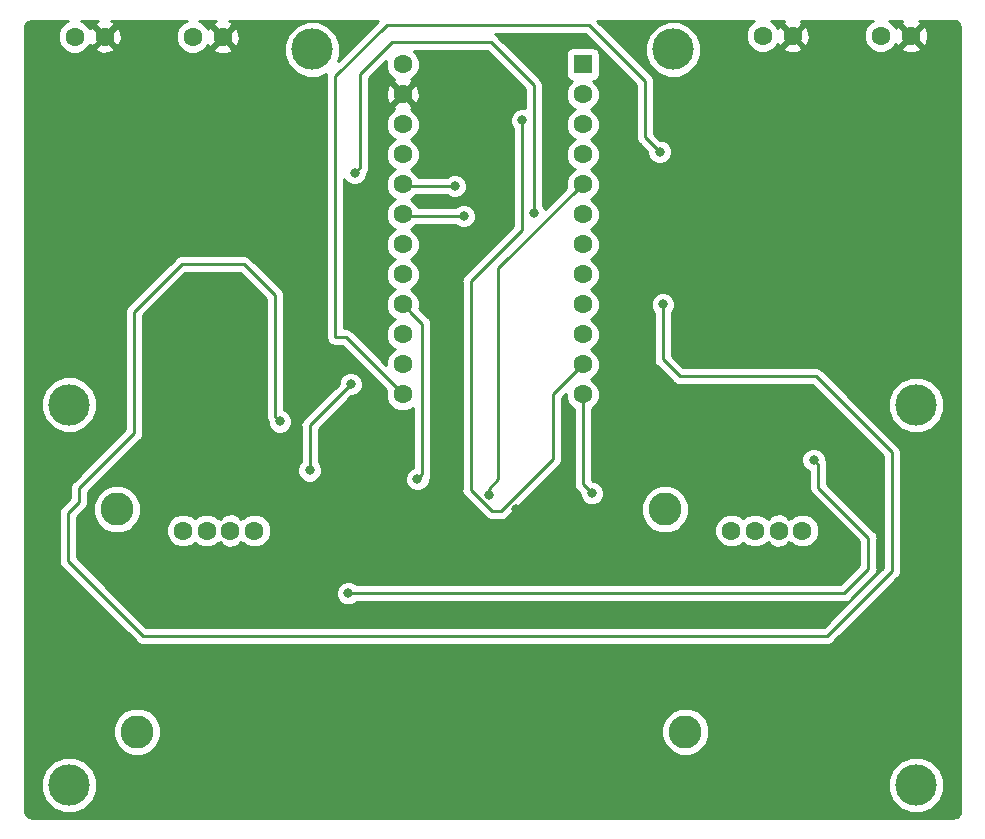
<source format=gbr>
G04 #@! TF.GenerationSoftware,KiCad,Pcbnew,5.0.2+dfsg1-1~bpo9+1*
G04 #@! TF.CreationDate,2019-08-16T14:47:34+01:00*
G04 #@! TF.ProjectId,retro_zero+a_controller,72657472-6f5f-47a6-9572-6f2b615f636f,rev?*
G04 #@! TF.SameCoordinates,Original*
G04 #@! TF.FileFunction,Copper,L2,Bot*
G04 #@! TF.FilePolarity,Positive*
%FSLAX46Y46*%
G04 Gerber Fmt 4.6, Leading zero omitted, Abs format (unit mm)*
G04 Created by KiCad (PCBNEW 5.0.2+dfsg1-1~bpo9+1) date Fri 16 Aug 2019 14:47:34 BST*
%MOMM*%
%LPD*%
G01*
G04 APERTURE LIST*
G04 #@! TA.AperFunction,ComponentPad*
%ADD10R,1.600000X1.600000*%
G04 #@! TD*
G04 #@! TA.AperFunction,ComponentPad*
%ADD11C,1.600000*%
G04 #@! TD*
G04 #@! TA.AperFunction,ComponentPad*
%ADD12C,3.500000*%
G04 #@! TD*
G04 #@! TA.AperFunction,ComponentPad*
%ADD13C,2.800000*%
G04 #@! TD*
G04 #@! TA.AperFunction,ViaPad*
%ADD14C,0.800000*%
G04 #@! TD*
G04 #@! TA.AperFunction,Conductor*
%ADD15C,0.250000*%
G04 #@! TD*
G04 #@! TA.AperFunction,Conductor*
%ADD16C,0.254000*%
G04 #@! TD*
G04 APERTURE END LIST*
D10*
G04 #@! TO.P,U1,1*
G04 #@! TO.N,Net-(SW13-Pad1)*
X140754100Y-62103000D03*
D11*
G04 #@! TO.P,U1,2*
G04 #@! TO.N,Net-(SW14-Pad1)*
X140754100Y-64643000D03*
G04 #@! TO.P,U1,3*
G04 #@! TO.N,Net-(U1-Pad3)*
X140754100Y-67183000D03*
G04 #@! TO.P,U1,4*
G04 #@! TO.N,Net-(U1-Pad4)*
X140754100Y-69723000D03*
G04 #@! TO.P,U1,5*
G04 #@! TO.N,Net-(SW9-Pad1)*
X140754100Y-72263000D03*
G04 #@! TO.P,U1,6*
G04 #@! TO.N,Net-(SW12-Pad1)*
X140754100Y-74803000D03*
G04 #@! TO.P,U1,7*
G04 #@! TO.N,Net-(SW3-Pad1)*
X140754100Y-77343000D03*
G04 #@! TO.P,U1,8*
G04 #@! TO.N,Net-(SW1-Pad1)*
X140754100Y-79883000D03*
G04 #@! TO.P,U1,9*
G04 #@! TO.N,Net-(SW4-Pad1)*
X140754100Y-82423000D03*
G04 #@! TO.P,U1,10*
G04 #@! TO.N,Net-(SW2-Pad1)*
X140754100Y-84963000D03*
G04 #@! TO.P,U1,11*
G04 #@! TO.N,Net-(SW10-Pad1)*
X140754100Y-87503000D03*
G04 #@! TO.P,U1,12*
G04 #@! TO.N,Net-(SW11-Pad1)*
X140754100Y-90043000D03*
G04 #@! TO.P,U1,13*
G04 #@! TO.N,Net-(SW5-Pad1)*
X125514100Y-90043000D03*
G04 #@! TO.P,U1,14*
G04 #@! TO.N,Net-(SW7-Pad1)*
X125514100Y-87503000D03*
G04 #@! TO.P,U1,15*
G04 #@! TO.N,Net-(SW6-Pad1)*
X125514100Y-84963000D03*
G04 #@! TO.P,U1,16*
G04 #@! TO.N,Net-(SW8-Pad1)*
X125514100Y-82423000D03*
G04 #@! TO.P,U1,17*
G04 #@! TO.N,Net-(U1-Pad17)*
X125514100Y-79883000D03*
G04 #@! TO.P,U1,18*
G04 #@! TO.N,Net-(U1-Pad18)*
X125514100Y-77343000D03*
G04 #@! TO.P,U1,19*
G04 #@! TO.N,Net-(U1-Pad19)*
X125514100Y-74803000D03*
G04 #@! TO.P,U1,20*
G04 #@! TO.N,Net-(U1-Pad20)*
X125514100Y-72263000D03*
G04 #@! TO.P,U1,21*
G04 #@! TO.N,Net-(U1-Pad21)*
X125514100Y-69723000D03*
G04 #@! TO.P,U1,22*
G04 #@! TO.N,Net-(U1-Pad22)*
X125514100Y-67183000D03*
G04 #@! TO.P,U1,23*
G04 #@! TO.N,Net-(SW1-Pad2)*
X125514100Y-64643000D03*
G04 #@! TO.P,U1,24*
G04 #@! TO.N,Net-(U1-Pad24)*
X125514100Y-62103000D03*
G04 #@! TD*
G04 #@! TO.P,SW10,2*
G04 #@! TO.N,Net-(SW1-Pad2)*
X100279200Y-59766200D03*
G04 #@! TO.P,SW10,1*
G04 #@! TO.N,Net-(SW10-Pad1)*
X97739200Y-59766200D03*
G04 #@! TD*
G04 #@! TO.P,SW12,1*
G04 #@! TO.N,Net-(SW12-Pad1)*
X165989000Y-59702700D03*
G04 #@! TO.P,SW12,2*
G04 #@! TO.N,Net-(SW1-Pad2)*
X168529000Y-59702700D03*
G04 #@! TD*
D12*
G04 #@! TO.P,U2,1*
G04 #@! TO.N,Net-(U2-Pad1)*
X148412200Y-60858400D03*
G04 #@! TD*
G04 #@! TO.P,U3,1*
G04 #@! TO.N,Net-(U3-Pad1)*
X168986200Y-90932000D03*
G04 #@! TD*
G04 #@! TO.P,U4,1*
G04 #@! TO.N,Net-(U4-Pad1)*
X117856000Y-60858400D03*
G04 #@! TD*
G04 #@! TO.P,U5,1*
G04 #@! TO.N,Net-(U5-Pad1)*
X97282000Y-90919300D03*
G04 #@! TD*
D11*
G04 #@! TO.P,SW13,2*
G04 #@! TO.N,Net-(SW1-Pad2)*
X110274100Y-59778900D03*
G04 #@! TO.P,SW13,1*
G04 #@! TO.N,Net-(SW13-Pad1)*
X107734100Y-59778900D03*
G04 #@! TD*
G04 #@! TO.P,SW14,1*
G04 #@! TO.N,Net-(SW14-Pad1)*
X155981400Y-59702700D03*
G04 #@! TO.P,SW14,2*
G04 #@! TO.N,Net-(SW1-Pad2)*
X158521400Y-59702700D03*
G04 #@! TD*
D13*
G04 #@! TO.P,U6,6*
G04 #@! TO.N,N/C*
X103022400Y-118605300D03*
G04 #@! TO.P,U6,5*
X101320600Y-99783900D03*
D11*
G04 #@! TO.P,U6,4*
G04 #@! TO.N,Net-(U1-Pad21)*
X106921300Y-101587300D03*
G04 #@! TO.P,U6,3*
G04 #@! TO.N,Net-(U1-Pad18)*
X108927900Y-101587300D03*
G04 #@! TO.P,U6,2*
G04 #@! TO.N,Net-(SW1-Pad2)*
X110934500Y-101587300D03*
G04 #@! TO.P,U6,1*
G04 #@! TO.N,Net-(U1-Pad17)*
X112941100Y-101587300D03*
G04 #@! TD*
G04 #@! TO.P,U7,1*
G04 #@! TO.N,Net-(U1-Pad20)*
X159346900Y-101587300D03*
G04 #@! TO.P,U7,2*
G04 #@! TO.N,Net-(SW1-Pad2)*
X157340300Y-101587300D03*
G04 #@! TO.P,U7,3*
G04 #@! TO.N,Net-(U1-Pad19)*
X155333700Y-101587300D03*
G04 #@! TO.P,U7,4*
G04 #@! TO.N,Net-(U1-Pad21)*
X153327100Y-101587300D03*
D13*
G04 #@! TO.P,U7,5*
G04 #@! TO.N,N/C*
X147726400Y-99783900D03*
G04 #@! TO.P,U7,6*
X149428200Y-118605300D03*
G04 #@! TD*
D12*
G04 #@! TO.P,U8,1*
G04 #@! TO.N,Net-(U8-Pad1)*
X97282000Y-123126500D03*
G04 #@! TD*
G04 #@! TO.P,U9,1*
G04 #@! TO.N,Net-(U9-Pad1)*
X168986200Y-123126500D03*
G04 #@! TD*
D14*
G04 #@! TO.N,Net-(SW1-Pad1)*
X121450100Y-71297800D03*
X136626600Y-74739500D03*
G04 #@! TO.N,Net-(SW1-Pad2)*
X107632500Y-74637900D03*
X113372900Y-69456300D03*
X118643400Y-73075800D03*
X135140700Y-99733100D03*
X157988000Y-79603600D03*
X151079200Y-80352900D03*
X166509700Y-80543400D03*
X158940500Y-72466200D03*
X121272300Y-98933000D03*
X157949900Y-103530400D03*
X112369600Y-99237800D03*
X110617000Y-87287100D03*
G04 #@! TO.N,Net-(SW5-Pad1)*
X147269200Y-69519800D03*
G04 #@! TO.N,Net-(SW6-Pad1)*
X160312100Y-95605600D03*
X120916700Y-106895900D03*
X117627400Y-96494600D03*
X121119900Y-89192100D03*
G04 #@! TO.N,Net-(SW7-Pad1)*
X115112800Y-92354400D03*
X147535900Y-82448400D03*
G04 #@! TO.N,Net-(SW8-Pad1)*
X126758700Y-97231200D03*
G04 #@! TO.N,Net-(SW9-Pad1)*
X132803900Y-98615500D03*
G04 #@! TO.N,Net-(SW10-Pad1)*
X135623300Y-66865500D03*
G04 #@! TO.N,Net-(SW11-Pad1)*
X141554200Y-98425000D03*
G04 #@! TO.N,Net-(U1-Pad19)*
X130670300Y-74968100D03*
G04 #@! TO.N,Net-(U1-Pad20)*
X129933700Y-72428100D03*
G04 #@! TD*
D15*
G04 #@! TO.N,Net-(SW1-Pad1)*
X121450100Y-71297800D02*
X121907300Y-70840600D01*
X121907300Y-70840600D02*
X121907300Y-62915800D01*
X121907300Y-62915800D02*
X124574300Y-60248800D01*
X124574300Y-60248800D02*
X132994400Y-60248800D01*
X136626600Y-63881000D02*
X136626600Y-74739500D01*
X132994400Y-60248800D02*
X136626600Y-63881000D01*
G04 #@! TO.N,Net-(SW5-Pad1)*
X146057401Y-68308001D02*
X146057401Y-63558201D01*
X147269200Y-69519800D02*
X146057401Y-68308001D01*
X141282599Y-58783399D02*
X124147401Y-58783399D01*
X146057401Y-63558201D02*
X141282599Y-58783399D01*
X124147401Y-58783399D02*
X119799100Y-63131700D01*
X119799100Y-63131700D02*
X119799100Y-85204300D01*
X120675400Y-85204300D02*
X125514100Y-90043000D01*
X119799100Y-85204300D02*
X120675400Y-85204300D01*
G04 #@! TO.N,Net-(SW6-Pad1)*
X160712099Y-96005599D02*
X160712099Y-97961399D01*
X160312100Y-95605600D02*
X160712099Y-96005599D01*
X160712099Y-97961399D02*
X164947600Y-102196900D01*
X164947600Y-102196900D02*
X164947600Y-104838500D01*
X162890200Y-106895900D02*
X120916700Y-106895900D01*
X164947600Y-104838500D02*
X162890200Y-106895900D01*
X117627400Y-92684600D02*
X121119900Y-89192100D01*
X117627400Y-96494600D02*
X117627400Y-92684600D01*
G04 #@! TO.N,Net-(SW7-Pad1)*
X114712801Y-91954401D02*
X114712801Y-81680101D01*
X115112800Y-92354400D02*
X114712801Y-91954401D01*
X114712801Y-81680101D02*
X112077500Y-79044800D01*
X112077500Y-79044800D02*
X106794300Y-79044800D01*
X106794300Y-79044800D02*
X102781100Y-83058000D01*
X102781100Y-83058000D02*
X102781100Y-93332300D01*
X102781100Y-93332300D02*
X98132900Y-97980500D01*
X98132900Y-99149202D02*
X97155000Y-100127102D01*
X98132900Y-97980500D02*
X98132900Y-99149202D01*
X97155000Y-100127102D02*
X97155000Y-104152700D01*
X97155000Y-104152700D02*
X103492300Y-110490000D01*
X103492300Y-110490000D02*
X161480500Y-110490000D01*
X161480500Y-110490000D02*
X165397610Y-106572890D01*
X165397610Y-106572890D02*
X166916100Y-105054400D01*
X166916100Y-105054400D02*
X166916100Y-94957900D01*
X166916100Y-94957900D02*
X160477200Y-88519000D01*
X160477200Y-88519000D02*
X148958300Y-88519000D01*
X147535900Y-87096600D02*
X147535900Y-82448400D01*
X148958300Y-88519000D02*
X147535900Y-87096600D01*
G04 #@! TO.N,Net-(SW8-Pad1)*
X127158699Y-84067599D02*
X126314099Y-83222999D01*
X126314099Y-83222999D02*
X125514100Y-82423000D01*
X127158699Y-96831201D02*
X127158699Y-84067599D01*
X126758700Y-97231200D02*
X127158699Y-96831201D01*
G04 #@! TO.N,Net-(SW9-Pad1)*
X132803900Y-98049815D02*
X133616700Y-97237015D01*
X132803900Y-98615500D02*
X132803900Y-98049815D01*
X133616700Y-79400400D02*
X140754100Y-72263000D01*
X133616700Y-97237015D02*
X133616700Y-79400400D01*
G04 #@! TO.N,Net-(SW10-Pad1)*
X135623300Y-66865500D02*
X135623300Y-76111100D01*
X135623300Y-76111100D02*
X131267200Y-80467200D01*
X131267200Y-98151802D02*
X133077098Y-99961700D01*
X131267200Y-80467200D02*
X131267200Y-98151802D01*
X133077098Y-99961700D02*
X133819900Y-99961700D01*
X133819900Y-99961700D02*
X138226800Y-95554800D01*
X138226800Y-90030300D02*
X140754100Y-87503000D01*
X138226800Y-95554800D02*
X138226800Y-90030300D01*
G04 #@! TO.N,Net-(SW11-Pad1)*
X140754100Y-97624900D02*
X140754100Y-90043000D01*
X141554200Y-98425000D02*
X140754100Y-97624900D01*
G04 #@! TO.N,Net-(U1-Pad19)*
X125679200Y-74968100D02*
X125514100Y-74803000D01*
X130670300Y-74968100D02*
X125679200Y-74968100D01*
G04 #@! TO.N,Net-(U1-Pad20)*
X125679200Y-72428100D02*
X125514100Y-72263000D01*
X129933700Y-72428100D02*
X125679200Y-72428100D01*
G04 #@! TD*
D16*
G04 #@! TO.N,Net-(SW1-Pad2)*
G36*
X96926338Y-58549666D02*
X96522666Y-58953338D01*
X96304200Y-59480761D01*
X96304200Y-60051639D01*
X96522666Y-60579062D01*
X96926338Y-60982734D01*
X97453761Y-61201200D01*
X98024639Y-61201200D01*
X98552062Y-60982734D01*
X98760851Y-60773945D01*
X99451061Y-60773945D01*
X99525195Y-61020064D01*
X100062423Y-61213165D01*
X100632654Y-61185978D01*
X101033205Y-61020064D01*
X101107339Y-60773945D01*
X100279200Y-59945805D01*
X99451061Y-60773945D01*
X98760851Y-60773945D01*
X98955734Y-60579062D01*
X99002725Y-60465617D01*
X99025336Y-60520205D01*
X99271455Y-60594339D01*
X100099595Y-59766200D01*
X100458805Y-59766200D01*
X101286945Y-60594339D01*
X101533064Y-60520205D01*
X101726165Y-59982977D01*
X101698978Y-59412746D01*
X101533064Y-59012195D01*
X101286945Y-58938061D01*
X100458805Y-59766200D01*
X100099595Y-59766200D01*
X99271455Y-58938061D01*
X99025336Y-59012195D01*
X99004326Y-59070648D01*
X98955734Y-58953338D01*
X98552062Y-58549666D01*
X98266784Y-58431500D01*
X99720350Y-58431500D01*
X99525195Y-58512336D01*
X99451061Y-58758455D01*
X100279200Y-59586595D01*
X101107339Y-58758455D01*
X101033205Y-58512336D01*
X100808310Y-58431500D01*
X107237176Y-58431500D01*
X106921238Y-58562366D01*
X106517566Y-58966038D01*
X106299100Y-59493461D01*
X106299100Y-60064339D01*
X106517566Y-60591762D01*
X106921238Y-60995434D01*
X107448661Y-61213900D01*
X108019539Y-61213900D01*
X108546962Y-60995434D01*
X108755751Y-60786645D01*
X109445961Y-60786645D01*
X109520095Y-61032764D01*
X110057323Y-61225865D01*
X110627554Y-61198678D01*
X111028105Y-61032764D01*
X111102239Y-60786645D01*
X110274100Y-59958505D01*
X109445961Y-60786645D01*
X108755751Y-60786645D01*
X108950634Y-60591762D01*
X108997625Y-60478317D01*
X109020236Y-60532905D01*
X109266355Y-60607039D01*
X110094495Y-59778900D01*
X110453705Y-59778900D01*
X111281845Y-60607039D01*
X111527964Y-60532905D01*
X111721065Y-59995677D01*
X111693878Y-59425446D01*
X111527964Y-59024895D01*
X111281845Y-58950761D01*
X110453705Y-59778900D01*
X110094495Y-59778900D01*
X109266355Y-58950761D01*
X109020236Y-59024895D01*
X108999226Y-59083348D01*
X108950634Y-58966038D01*
X108546962Y-58562366D01*
X108231024Y-58431500D01*
X109745910Y-58431500D01*
X109520095Y-58525036D01*
X109445961Y-58771155D01*
X110274100Y-59599295D01*
X111102239Y-58771155D01*
X111028105Y-58525036D01*
X110767878Y-58431500D01*
X123424498Y-58431500D01*
X120041459Y-61814540D01*
X120241000Y-61332806D01*
X120241000Y-60383994D01*
X119877905Y-59507406D01*
X119206994Y-58836495D01*
X118330406Y-58473400D01*
X117381594Y-58473400D01*
X116505006Y-58836495D01*
X115834095Y-59507406D01*
X115471000Y-60383994D01*
X115471000Y-61332806D01*
X115834095Y-62209394D01*
X116505006Y-62880305D01*
X117381594Y-63243400D01*
X118330406Y-63243400D01*
X119062295Y-62940241D01*
X119039100Y-63056849D01*
X119039100Y-63056853D01*
X119024212Y-63131700D01*
X119039100Y-63206547D01*
X119039101Y-85129443D01*
X119024211Y-85204300D01*
X119083196Y-85500837D01*
X119251171Y-85752229D01*
X119502563Y-85920204D01*
X119724248Y-85964300D01*
X119799100Y-85979189D01*
X119873952Y-85964300D01*
X120360599Y-85964300D01*
X124100996Y-89704698D01*
X124079100Y-89757561D01*
X124079100Y-90328439D01*
X124297566Y-90855862D01*
X124701238Y-91259534D01*
X125228661Y-91478000D01*
X125799539Y-91478000D01*
X126326962Y-91259534D01*
X126398699Y-91187797D01*
X126398699Y-96260041D01*
X126172420Y-96353769D01*
X125881269Y-96644920D01*
X125723700Y-97025326D01*
X125723700Y-97437074D01*
X125881269Y-97817480D01*
X126172420Y-98108631D01*
X126552826Y-98266200D01*
X126964574Y-98266200D01*
X127344980Y-98108631D01*
X127636131Y-97817480D01*
X127793700Y-97437074D01*
X127793700Y-97248818D01*
X127874603Y-97127738D01*
X127918699Y-96906053D01*
X127918699Y-96906049D01*
X127933587Y-96831202D01*
X127918699Y-96756355D01*
X127918699Y-84142447D01*
X127933587Y-84067599D01*
X127918699Y-83992751D01*
X127918699Y-83992747D01*
X127874603Y-83771062D01*
X127874603Y-83771061D01*
X127749028Y-83583126D01*
X127706628Y-83519670D01*
X127643172Y-83477270D01*
X126927203Y-82761302D01*
X126949100Y-82708439D01*
X126949100Y-82137561D01*
X126730634Y-81610138D01*
X126326962Y-81206466D01*
X126197884Y-81153000D01*
X126326962Y-81099534D01*
X126730634Y-80695862D01*
X126949100Y-80168439D01*
X126949100Y-79597561D01*
X126730634Y-79070138D01*
X126326962Y-78666466D01*
X126197884Y-78613000D01*
X126326962Y-78559534D01*
X126730634Y-78155862D01*
X126949100Y-77628439D01*
X126949100Y-77057561D01*
X126730634Y-76530138D01*
X126326962Y-76126466D01*
X126197884Y-76073000D01*
X126326962Y-76019534D01*
X126618396Y-75728100D01*
X129966589Y-75728100D01*
X130084020Y-75845531D01*
X130464426Y-76003100D01*
X130876174Y-76003100D01*
X131256580Y-75845531D01*
X131547731Y-75554380D01*
X131705300Y-75173974D01*
X131705300Y-74762226D01*
X131547731Y-74381820D01*
X131256580Y-74090669D01*
X130876174Y-73933100D01*
X130464426Y-73933100D01*
X130084020Y-74090669D01*
X129966589Y-74208100D01*
X126820917Y-74208100D01*
X126730634Y-73990138D01*
X126326962Y-73586466D01*
X126197884Y-73533000D01*
X126326962Y-73479534D01*
X126618396Y-73188100D01*
X129229989Y-73188100D01*
X129347420Y-73305531D01*
X129727826Y-73463100D01*
X130139574Y-73463100D01*
X130519980Y-73305531D01*
X130811131Y-73014380D01*
X130968700Y-72633974D01*
X130968700Y-72222226D01*
X130811131Y-71841820D01*
X130519980Y-71550669D01*
X130139574Y-71393100D01*
X129727826Y-71393100D01*
X129347420Y-71550669D01*
X129229989Y-71668100D01*
X126820917Y-71668100D01*
X126730634Y-71450138D01*
X126326962Y-71046466D01*
X126197884Y-70993000D01*
X126326962Y-70939534D01*
X126730634Y-70535862D01*
X126949100Y-70008439D01*
X126949100Y-69437561D01*
X126730634Y-68910138D01*
X126326962Y-68506466D01*
X126197884Y-68453000D01*
X126326962Y-68399534D01*
X126730634Y-67995862D01*
X126949100Y-67468439D01*
X126949100Y-66897561D01*
X126730634Y-66370138D01*
X126326962Y-65966466D01*
X126213517Y-65919475D01*
X126268105Y-65896864D01*
X126342239Y-65650745D01*
X125514100Y-64822605D01*
X124685961Y-65650745D01*
X124760095Y-65896864D01*
X124818548Y-65917874D01*
X124701238Y-65966466D01*
X124297566Y-66370138D01*
X124079100Y-66897561D01*
X124079100Y-67468439D01*
X124297566Y-67995862D01*
X124701238Y-68399534D01*
X124830316Y-68453000D01*
X124701238Y-68506466D01*
X124297566Y-68910138D01*
X124079100Y-69437561D01*
X124079100Y-70008439D01*
X124297566Y-70535862D01*
X124701238Y-70939534D01*
X124830316Y-70993000D01*
X124701238Y-71046466D01*
X124297566Y-71450138D01*
X124079100Y-71977561D01*
X124079100Y-72548439D01*
X124297566Y-73075862D01*
X124701238Y-73479534D01*
X124830316Y-73533000D01*
X124701238Y-73586466D01*
X124297566Y-73990138D01*
X124079100Y-74517561D01*
X124079100Y-75088439D01*
X124297566Y-75615862D01*
X124701238Y-76019534D01*
X124830316Y-76073000D01*
X124701238Y-76126466D01*
X124297566Y-76530138D01*
X124079100Y-77057561D01*
X124079100Y-77628439D01*
X124297566Y-78155862D01*
X124701238Y-78559534D01*
X124830316Y-78613000D01*
X124701238Y-78666466D01*
X124297566Y-79070138D01*
X124079100Y-79597561D01*
X124079100Y-80168439D01*
X124297566Y-80695862D01*
X124701238Y-81099534D01*
X124830316Y-81153000D01*
X124701238Y-81206466D01*
X124297566Y-81610138D01*
X124079100Y-82137561D01*
X124079100Y-82708439D01*
X124297566Y-83235862D01*
X124701238Y-83639534D01*
X124830316Y-83693000D01*
X124701238Y-83746466D01*
X124297566Y-84150138D01*
X124079100Y-84677561D01*
X124079100Y-85248439D01*
X124297566Y-85775862D01*
X124701238Y-86179534D01*
X124830316Y-86233000D01*
X124701238Y-86286466D01*
X124297566Y-86690138D01*
X124079100Y-87217561D01*
X124079100Y-87533198D01*
X121265731Y-84719830D01*
X121223329Y-84656371D01*
X120971937Y-84488396D01*
X120750252Y-84444300D01*
X120750247Y-84444300D01*
X120675400Y-84429412D01*
X120600553Y-84444300D01*
X120559100Y-84444300D01*
X120559100Y-71851321D01*
X120572669Y-71884080D01*
X120863820Y-72175231D01*
X121244226Y-72332800D01*
X121655974Y-72332800D01*
X122036380Y-72175231D01*
X122327531Y-71884080D01*
X122485100Y-71503674D01*
X122485100Y-71343824D01*
X122623204Y-71137137D01*
X122667300Y-70915452D01*
X122667300Y-70915448D01*
X122682188Y-70840601D01*
X122667300Y-70765754D01*
X122667300Y-64426223D01*
X124067135Y-64426223D01*
X124094322Y-64996454D01*
X124260236Y-65397005D01*
X124506355Y-65471139D01*
X125334495Y-64643000D01*
X125693705Y-64643000D01*
X126521845Y-65471139D01*
X126767964Y-65397005D01*
X126961065Y-64859777D01*
X126933878Y-64289546D01*
X126767964Y-63888995D01*
X126521845Y-63814861D01*
X125693705Y-64643000D01*
X125334495Y-64643000D01*
X124506355Y-63814861D01*
X124260236Y-63888995D01*
X124067135Y-64426223D01*
X122667300Y-64426223D01*
X122667300Y-63230601D01*
X124079100Y-61818802D01*
X124079100Y-62388439D01*
X124297566Y-62915862D01*
X124701238Y-63319534D01*
X124814683Y-63366525D01*
X124760095Y-63389136D01*
X124685961Y-63635255D01*
X125514100Y-64463395D01*
X126342239Y-63635255D01*
X126268105Y-63389136D01*
X126209652Y-63368126D01*
X126326962Y-63319534D01*
X126730634Y-62915862D01*
X126949100Y-62388439D01*
X126949100Y-61817561D01*
X126730634Y-61290138D01*
X126449296Y-61008800D01*
X132679599Y-61008800D01*
X135866600Y-64195802D01*
X135866600Y-65846002D01*
X135829174Y-65830500D01*
X135417426Y-65830500D01*
X135037020Y-65988069D01*
X134745869Y-66279220D01*
X134588300Y-66659626D01*
X134588300Y-67071374D01*
X134745869Y-67451780D01*
X134863300Y-67569211D01*
X134863301Y-75796297D01*
X130782730Y-79876869D01*
X130719271Y-79919271D01*
X130551296Y-80170664D01*
X130507200Y-80392349D01*
X130507200Y-80392353D01*
X130492312Y-80467200D01*
X130507200Y-80542047D01*
X130507201Y-98076950D01*
X130492312Y-98151802D01*
X130551297Y-98448339D01*
X130673458Y-98631165D01*
X130719272Y-98699731D01*
X130782728Y-98742131D01*
X132486771Y-100446176D01*
X132529169Y-100509629D01*
X132592622Y-100552027D01*
X132592624Y-100552029D01*
X132718000Y-100635802D01*
X132780561Y-100677604D01*
X133002246Y-100721700D01*
X133002250Y-100721700D01*
X133077097Y-100736588D01*
X133151944Y-100721700D01*
X133745053Y-100721700D01*
X133819900Y-100736588D01*
X133894747Y-100721700D01*
X133894752Y-100721700D01*
X134116437Y-100677604D01*
X134367829Y-100509629D01*
X134410231Y-100446170D01*
X138711273Y-96145129D01*
X138774729Y-96102729D01*
X138839630Y-96005598D01*
X138942704Y-95851338D01*
X138971004Y-95709062D01*
X138986800Y-95629652D01*
X138986800Y-95629648D01*
X139001688Y-95554800D01*
X138986800Y-95479952D01*
X138986800Y-90345101D01*
X139319100Y-90012801D01*
X139319100Y-90328439D01*
X139537566Y-90855862D01*
X139941238Y-91259534D01*
X139994101Y-91281431D01*
X139994100Y-97550053D01*
X139979212Y-97624900D01*
X139994100Y-97699747D01*
X139994100Y-97699751D01*
X140038196Y-97921436D01*
X140206171Y-98172829D01*
X140269630Y-98215231D01*
X140519200Y-98464801D01*
X140519200Y-98630874D01*
X140676769Y-99011280D01*
X140967920Y-99302431D01*
X141348326Y-99460000D01*
X141760074Y-99460000D01*
X141955352Y-99379113D01*
X145691400Y-99379113D01*
X145691400Y-100188687D01*
X146001210Y-100936635D01*
X146573665Y-101509090D01*
X147321613Y-101818900D01*
X148131187Y-101818900D01*
X148879135Y-101509090D01*
X149086364Y-101301861D01*
X151892100Y-101301861D01*
X151892100Y-101872739D01*
X152110566Y-102400162D01*
X152514238Y-102803834D01*
X153041661Y-103022300D01*
X153612539Y-103022300D01*
X154139962Y-102803834D01*
X154330400Y-102613396D01*
X154520838Y-102803834D01*
X155048261Y-103022300D01*
X155619139Y-103022300D01*
X156146562Y-102803834D01*
X156318880Y-102631516D01*
X156397286Y-102709922D01*
X156512161Y-102595047D01*
X156586295Y-102841164D01*
X157123523Y-103034265D01*
X157693754Y-103007078D01*
X158094305Y-102841164D01*
X158168439Y-102595047D01*
X158283314Y-102709922D01*
X158361720Y-102631516D01*
X158534038Y-102803834D01*
X159061461Y-103022300D01*
X159632339Y-103022300D01*
X160159762Y-102803834D01*
X160563434Y-102400162D01*
X160781900Y-101872739D01*
X160781900Y-101301861D01*
X160563434Y-100774438D01*
X160159762Y-100370766D01*
X159632339Y-100152300D01*
X159061461Y-100152300D01*
X158534038Y-100370766D01*
X158361720Y-100543084D01*
X158283314Y-100464678D01*
X158168439Y-100579553D01*
X158094305Y-100333436D01*
X157557077Y-100140335D01*
X156986846Y-100167522D01*
X156586295Y-100333436D01*
X156512161Y-100579553D01*
X156397286Y-100464678D01*
X156318880Y-100543084D01*
X156146562Y-100370766D01*
X155619139Y-100152300D01*
X155048261Y-100152300D01*
X154520838Y-100370766D01*
X154330400Y-100561204D01*
X154139962Y-100370766D01*
X153612539Y-100152300D01*
X153041661Y-100152300D01*
X152514238Y-100370766D01*
X152110566Y-100774438D01*
X151892100Y-101301861D01*
X149086364Y-101301861D01*
X149451590Y-100936635D01*
X149761400Y-100188687D01*
X149761400Y-99379113D01*
X149451590Y-98631165D01*
X148879135Y-98058710D01*
X148131187Y-97748900D01*
X147321613Y-97748900D01*
X146573665Y-98058710D01*
X146001210Y-98631165D01*
X145691400Y-99379113D01*
X141955352Y-99379113D01*
X142140480Y-99302431D01*
X142431631Y-99011280D01*
X142589200Y-98630874D01*
X142589200Y-98219126D01*
X142431631Y-97838720D01*
X142140480Y-97547569D01*
X141760074Y-97390000D01*
X141594001Y-97390000D01*
X141514100Y-97310099D01*
X141514100Y-91281430D01*
X141566962Y-91259534D01*
X141970634Y-90855862D01*
X142189100Y-90328439D01*
X142189100Y-89757561D01*
X141970634Y-89230138D01*
X141566962Y-88826466D01*
X141437884Y-88773000D01*
X141566962Y-88719534D01*
X141970634Y-88315862D01*
X142189100Y-87788439D01*
X142189100Y-87217561D01*
X141970634Y-86690138D01*
X141566962Y-86286466D01*
X141437884Y-86233000D01*
X141566962Y-86179534D01*
X141970634Y-85775862D01*
X142189100Y-85248439D01*
X142189100Y-84677561D01*
X141970634Y-84150138D01*
X141566962Y-83746466D01*
X141437884Y-83693000D01*
X141566962Y-83639534D01*
X141970634Y-83235862D01*
X142189100Y-82708439D01*
X142189100Y-82137561D01*
X141970634Y-81610138D01*
X141566962Y-81206466D01*
X141437884Y-81153000D01*
X141566962Y-81099534D01*
X141970634Y-80695862D01*
X142189100Y-80168439D01*
X142189100Y-79597561D01*
X141970634Y-79070138D01*
X141566962Y-78666466D01*
X141437884Y-78613000D01*
X141566962Y-78559534D01*
X141970634Y-78155862D01*
X142189100Y-77628439D01*
X142189100Y-77057561D01*
X141970634Y-76530138D01*
X141566962Y-76126466D01*
X141437884Y-76073000D01*
X141566962Y-76019534D01*
X141970634Y-75615862D01*
X142189100Y-75088439D01*
X142189100Y-74517561D01*
X141970634Y-73990138D01*
X141566962Y-73586466D01*
X141437884Y-73533000D01*
X141566962Y-73479534D01*
X141970634Y-73075862D01*
X142189100Y-72548439D01*
X142189100Y-71977561D01*
X141970634Y-71450138D01*
X141566962Y-71046466D01*
X141437884Y-70993000D01*
X141566962Y-70939534D01*
X141970634Y-70535862D01*
X142189100Y-70008439D01*
X142189100Y-69437561D01*
X141970634Y-68910138D01*
X141566962Y-68506466D01*
X141437884Y-68453000D01*
X141566962Y-68399534D01*
X141970634Y-67995862D01*
X142189100Y-67468439D01*
X142189100Y-66897561D01*
X141970634Y-66370138D01*
X141566962Y-65966466D01*
X141437884Y-65913000D01*
X141566962Y-65859534D01*
X141970634Y-65455862D01*
X142189100Y-64928439D01*
X142189100Y-64357561D01*
X141970634Y-63830138D01*
X141668234Y-63527738D01*
X141801865Y-63501157D01*
X142011909Y-63360809D01*
X142152257Y-63150765D01*
X142201540Y-62903000D01*
X142201540Y-61303000D01*
X142152257Y-61055235D01*
X142011909Y-60845191D01*
X141801865Y-60704843D01*
X141554100Y-60655560D01*
X139954100Y-60655560D01*
X139706335Y-60704843D01*
X139496291Y-60845191D01*
X139355943Y-61055235D01*
X139306660Y-61303000D01*
X139306660Y-62903000D01*
X139355943Y-63150765D01*
X139496291Y-63360809D01*
X139706335Y-63501157D01*
X139839966Y-63527738D01*
X139537566Y-63830138D01*
X139319100Y-64357561D01*
X139319100Y-64928439D01*
X139537566Y-65455862D01*
X139941238Y-65859534D01*
X140070316Y-65913000D01*
X139941238Y-65966466D01*
X139537566Y-66370138D01*
X139319100Y-66897561D01*
X139319100Y-67468439D01*
X139537566Y-67995862D01*
X139941238Y-68399534D01*
X140070316Y-68453000D01*
X139941238Y-68506466D01*
X139537566Y-68910138D01*
X139319100Y-69437561D01*
X139319100Y-70008439D01*
X139537566Y-70535862D01*
X139941238Y-70939534D01*
X140070316Y-70993000D01*
X139941238Y-71046466D01*
X139537566Y-71450138D01*
X139319100Y-71977561D01*
X139319100Y-72548439D01*
X139340996Y-72601302D01*
X137587519Y-74354779D01*
X137504031Y-74153220D01*
X137386600Y-74035789D01*
X137386600Y-63955848D01*
X137401488Y-63881000D01*
X137386600Y-63806152D01*
X137386600Y-63806148D01*
X137342504Y-63584463D01*
X137174529Y-63333071D01*
X137111073Y-63290671D01*
X133584731Y-59764330D01*
X133542329Y-59700871D01*
X133306656Y-59543399D01*
X140967798Y-59543399D01*
X145297402Y-63873004D01*
X145297401Y-68233154D01*
X145282513Y-68308001D01*
X145297401Y-68382848D01*
X145297401Y-68382852D01*
X145341497Y-68604537D01*
X145509472Y-68855930D01*
X145572931Y-68898332D01*
X146234200Y-69559602D01*
X146234200Y-69725674D01*
X146391769Y-70106080D01*
X146682920Y-70397231D01*
X147063326Y-70554800D01*
X147475074Y-70554800D01*
X147855480Y-70397231D01*
X148146631Y-70106080D01*
X148304200Y-69725674D01*
X148304200Y-69313926D01*
X148146631Y-68933520D01*
X147855480Y-68642369D01*
X147475074Y-68484800D01*
X147309002Y-68484800D01*
X146817401Y-67993200D01*
X146817401Y-63633049D01*
X146832289Y-63558201D01*
X146817401Y-63483353D01*
X146817401Y-63483349D01*
X146773305Y-63261664D01*
X146773305Y-63261663D01*
X146647730Y-63073728D01*
X146605330Y-63010272D01*
X146541874Y-62967872D01*
X143957996Y-60383994D01*
X146027200Y-60383994D01*
X146027200Y-61332806D01*
X146390295Y-62209394D01*
X147061206Y-62880305D01*
X147937794Y-63243400D01*
X148886606Y-63243400D01*
X149763194Y-62880305D01*
X150434105Y-62209394D01*
X150797200Y-61332806D01*
X150797200Y-60383994D01*
X150434105Y-59507406D01*
X149763194Y-58836495D01*
X148886606Y-58473400D01*
X147937794Y-58473400D01*
X147061206Y-58836495D01*
X146390295Y-59507406D01*
X146027200Y-60383994D01*
X143957996Y-60383994D01*
X142005501Y-58431500D01*
X155300513Y-58431500D01*
X155168538Y-58486166D01*
X154764866Y-58889838D01*
X154546400Y-59417261D01*
X154546400Y-59988139D01*
X154764866Y-60515562D01*
X155168538Y-60919234D01*
X155695961Y-61137700D01*
X156266839Y-61137700D01*
X156794262Y-60919234D01*
X157003051Y-60710445D01*
X157693261Y-60710445D01*
X157767395Y-60956564D01*
X158304623Y-61149665D01*
X158874854Y-61122478D01*
X159275405Y-60956564D01*
X159349539Y-60710445D01*
X158521400Y-59882305D01*
X157693261Y-60710445D01*
X157003051Y-60710445D01*
X157197934Y-60515562D01*
X157244925Y-60402117D01*
X157267536Y-60456705D01*
X157513655Y-60530839D01*
X158341795Y-59702700D01*
X158701005Y-59702700D01*
X159529145Y-60530839D01*
X159775264Y-60456705D01*
X159968365Y-59919477D01*
X159941178Y-59349246D01*
X159775264Y-58948695D01*
X159529145Y-58874561D01*
X158701005Y-59702700D01*
X158341795Y-59702700D01*
X157513655Y-58874561D01*
X157267536Y-58948695D01*
X157246526Y-59007148D01*
X157197934Y-58889838D01*
X156794262Y-58486166D01*
X156662287Y-58431500D01*
X157809248Y-58431500D01*
X157767395Y-58448836D01*
X157693261Y-58694955D01*
X158521400Y-59523095D01*
X159349539Y-58694955D01*
X159275405Y-58448836D01*
X159227174Y-58431500D01*
X165308113Y-58431500D01*
X165176138Y-58486166D01*
X164772466Y-58889838D01*
X164554000Y-59417261D01*
X164554000Y-59988139D01*
X164772466Y-60515562D01*
X165176138Y-60919234D01*
X165703561Y-61137700D01*
X166274439Y-61137700D01*
X166801862Y-60919234D01*
X167010651Y-60710445D01*
X167700861Y-60710445D01*
X167774995Y-60956564D01*
X168312223Y-61149665D01*
X168882454Y-61122478D01*
X169283005Y-60956564D01*
X169357139Y-60710445D01*
X168529000Y-59882305D01*
X167700861Y-60710445D01*
X167010651Y-60710445D01*
X167205534Y-60515562D01*
X167252525Y-60402117D01*
X167275136Y-60456705D01*
X167521255Y-60530839D01*
X168349395Y-59702700D01*
X168708605Y-59702700D01*
X169536745Y-60530839D01*
X169782864Y-60456705D01*
X169975965Y-59919477D01*
X169948778Y-59349246D01*
X169782864Y-58948695D01*
X169536745Y-58874561D01*
X168708605Y-59702700D01*
X168349395Y-59702700D01*
X167521255Y-58874561D01*
X167275136Y-58948695D01*
X167254126Y-59007148D01*
X167205534Y-58889838D01*
X166801862Y-58486166D01*
X166669887Y-58431500D01*
X167816848Y-58431500D01*
X167774995Y-58448836D01*
X167700861Y-58694955D01*
X168529000Y-59523095D01*
X169357139Y-58694955D01*
X169283005Y-58448836D01*
X169234774Y-58431500D01*
X172111781Y-58431500D01*
X172361687Y-58475565D01*
X172526820Y-58570905D01*
X172649388Y-58716977D01*
X172725455Y-58925965D01*
X172733900Y-59022496D01*
X172733901Y-125261475D01*
X172689835Y-125511387D01*
X172594496Y-125676519D01*
X172448424Y-125799088D01*
X172239432Y-125875155D01*
X172142904Y-125883600D01*
X94169119Y-125883600D01*
X93914870Y-125838769D01*
X93745916Y-125741223D01*
X93620512Y-125591773D01*
X93542938Y-125378640D01*
X93534300Y-125279904D01*
X93534300Y-122652094D01*
X94897000Y-122652094D01*
X94897000Y-123600906D01*
X95260095Y-124477494D01*
X95931006Y-125148405D01*
X96807594Y-125511500D01*
X97756406Y-125511500D01*
X98632994Y-125148405D01*
X99303905Y-124477494D01*
X99667000Y-123600906D01*
X99667000Y-122652094D01*
X166601200Y-122652094D01*
X166601200Y-123600906D01*
X166964295Y-124477494D01*
X167635206Y-125148405D01*
X168511794Y-125511500D01*
X169460606Y-125511500D01*
X170337194Y-125148405D01*
X171008105Y-124477494D01*
X171371200Y-123600906D01*
X171371200Y-122652094D01*
X171008105Y-121775506D01*
X170337194Y-121104595D01*
X169460606Y-120741500D01*
X168511794Y-120741500D01*
X167635206Y-121104595D01*
X166964295Y-121775506D01*
X166601200Y-122652094D01*
X99667000Y-122652094D01*
X99303905Y-121775506D01*
X98632994Y-121104595D01*
X97756406Y-120741500D01*
X96807594Y-120741500D01*
X95931006Y-121104595D01*
X95260095Y-121775506D01*
X94897000Y-122652094D01*
X93534300Y-122652094D01*
X93534300Y-118200513D01*
X100987400Y-118200513D01*
X100987400Y-119010087D01*
X101297210Y-119758035D01*
X101869665Y-120330490D01*
X102617613Y-120640300D01*
X103427187Y-120640300D01*
X104175135Y-120330490D01*
X104747590Y-119758035D01*
X105057400Y-119010087D01*
X105057400Y-118200513D01*
X147393200Y-118200513D01*
X147393200Y-119010087D01*
X147703010Y-119758035D01*
X148275465Y-120330490D01*
X149023413Y-120640300D01*
X149832987Y-120640300D01*
X150580935Y-120330490D01*
X151153390Y-119758035D01*
X151463200Y-119010087D01*
X151463200Y-118200513D01*
X151153390Y-117452565D01*
X150580935Y-116880110D01*
X149832987Y-116570300D01*
X149023413Y-116570300D01*
X148275465Y-116880110D01*
X147703010Y-117452565D01*
X147393200Y-118200513D01*
X105057400Y-118200513D01*
X104747590Y-117452565D01*
X104175135Y-116880110D01*
X103427187Y-116570300D01*
X102617613Y-116570300D01*
X101869665Y-116880110D01*
X101297210Y-117452565D01*
X100987400Y-118200513D01*
X93534300Y-118200513D01*
X93534300Y-100127102D01*
X96380112Y-100127102D01*
X96395000Y-100201949D01*
X96395001Y-104077848D01*
X96380112Y-104152700D01*
X96439097Y-104449237D01*
X96501055Y-104541963D01*
X96607072Y-104700629D01*
X96670528Y-104743029D01*
X102901971Y-110974473D01*
X102944371Y-111037929D01*
X103195763Y-111205904D01*
X103417448Y-111250000D01*
X103417452Y-111250000D01*
X103492300Y-111264888D01*
X103567148Y-111250000D01*
X161405653Y-111250000D01*
X161480500Y-111264888D01*
X161555347Y-111250000D01*
X161555352Y-111250000D01*
X161777037Y-111205904D01*
X162028429Y-111037929D01*
X162070831Y-110974470D01*
X165987939Y-107057363D01*
X165987941Y-107057360D01*
X167400573Y-105644729D01*
X167464029Y-105602329D01*
X167632004Y-105350937D01*
X167676100Y-105129252D01*
X167676100Y-105129248D01*
X167690988Y-105054401D01*
X167676100Y-104979554D01*
X167676100Y-95032748D01*
X167690988Y-94957900D01*
X167676100Y-94883052D01*
X167676100Y-94883048D01*
X167632004Y-94661363D01*
X167632004Y-94661362D01*
X167506429Y-94473427D01*
X167464029Y-94409971D01*
X167400573Y-94367571D01*
X163490596Y-90457594D01*
X166601200Y-90457594D01*
X166601200Y-91406406D01*
X166964295Y-92282994D01*
X167635206Y-92953905D01*
X168511794Y-93317000D01*
X169460606Y-93317000D01*
X170337194Y-92953905D01*
X171008105Y-92282994D01*
X171371200Y-91406406D01*
X171371200Y-90457594D01*
X171008105Y-89581006D01*
X170337194Y-88910095D01*
X169460606Y-88547000D01*
X168511794Y-88547000D01*
X167635206Y-88910095D01*
X166964295Y-89581006D01*
X166601200Y-90457594D01*
X163490596Y-90457594D01*
X161067531Y-88034530D01*
X161025129Y-87971071D01*
X160773737Y-87803096D01*
X160552052Y-87759000D01*
X160552047Y-87759000D01*
X160477200Y-87744112D01*
X160402353Y-87759000D01*
X149273103Y-87759000D01*
X148295900Y-86781799D01*
X148295900Y-83152111D01*
X148413331Y-83034680D01*
X148570900Y-82654274D01*
X148570900Y-82242526D01*
X148413331Y-81862120D01*
X148122180Y-81570969D01*
X147741774Y-81413400D01*
X147330026Y-81413400D01*
X146949620Y-81570969D01*
X146658469Y-81862120D01*
X146500900Y-82242526D01*
X146500900Y-82654274D01*
X146658469Y-83034680D01*
X146775901Y-83152112D01*
X146775900Y-87021753D01*
X146761012Y-87096600D01*
X146775900Y-87171447D01*
X146775900Y-87171451D01*
X146819996Y-87393136D01*
X146987971Y-87644529D01*
X147051430Y-87686931D01*
X148367973Y-89003476D01*
X148410371Y-89066929D01*
X148473824Y-89109327D01*
X148473826Y-89109329D01*
X148597702Y-89192100D01*
X148661763Y-89234904D01*
X148883448Y-89279000D01*
X148883452Y-89279000D01*
X148958299Y-89293888D01*
X149033146Y-89279000D01*
X160162399Y-89279000D01*
X166156101Y-95272703D01*
X166156100Y-104739598D01*
X164913140Y-105982559D01*
X164913137Y-105982561D01*
X161165699Y-109730000D01*
X103807102Y-109730000D01*
X100767128Y-106690026D01*
X119881700Y-106690026D01*
X119881700Y-107101774D01*
X120039269Y-107482180D01*
X120330420Y-107773331D01*
X120710826Y-107930900D01*
X121122574Y-107930900D01*
X121502980Y-107773331D01*
X121620411Y-107655900D01*
X162815353Y-107655900D01*
X162890200Y-107670788D01*
X162965047Y-107655900D01*
X162965052Y-107655900D01*
X163186737Y-107611804D01*
X163438129Y-107443829D01*
X163480531Y-107380370D01*
X165432073Y-105428829D01*
X165495529Y-105386429D01*
X165663504Y-105135037D01*
X165707600Y-104913352D01*
X165707600Y-104913347D01*
X165722488Y-104838500D01*
X165707600Y-104763653D01*
X165707600Y-102271747D01*
X165722488Y-102196900D01*
X165707600Y-102122053D01*
X165707600Y-102122048D01*
X165663504Y-101900363D01*
X165495529Y-101648971D01*
X165432073Y-101606571D01*
X161472099Y-97646598D01*
X161472099Y-96080445D01*
X161486987Y-96005598D01*
X161472099Y-95930751D01*
X161472099Y-95930747D01*
X161428003Y-95709062D01*
X161347100Y-95587982D01*
X161347100Y-95399726D01*
X161189531Y-95019320D01*
X160898380Y-94728169D01*
X160517974Y-94570600D01*
X160106226Y-94570600D01*
X159725820Y-94728169D01*
X159434669Y-95019320D01*
X159277100Y-95399726D01*
X159277100Y-95811474D01*
X159434669Y-96191880D01*
X159725820Y-96483031D01*
X159952099Y-96576759D01*
X159952100Y-97886547D01*
X159937211Y-97961399D01*
X159952100Y-98036251D01*
X159996196Y-98257936D01*
X160164171Y-98509328D01*
X160227627Y-98551728D01*
X164187600Y-102511702D01*
X164187601Y-104523697D01*
X162575399Y-106135900D01*
X121620411Y-106135900D01*
X121502980Y-106018469D01*
X121122574Y-105860900D01*
X120710826Y-105860900D01*
X120330420Y-106018469D01*
X120039269Y-106309620D01*
X119881700Y-106690026D01*
X100767128Y-106690026D01*
X97915000Y-103837899D01*
X97915000Y-100441904D01*
X98617375Y-99739529D01*
X98680829Y-99697131D01*
X98723227Y-99633678D01*
X98723229Y-99633676D01*
X98848803Y-99445740D01*
X98848804Y-99445739D01*
X98862056Y-99379113D01*
X99285600Y-99379113D01*
X99285600Y-100188687D01*
X99595410Y-100936635D01*
X100167865Y-101509090D01*
X100915813Y-101818900D01*
X101725387Y-101818900D01*
X102473335Y-101509090D01*
X102680564Y-101301861D01*
X105486300Y-101301861D01*
X105486300Y-101872739D01*
X105704766Y-102400162D01*
X106108438Y-102803834D01*
X106635861Y-103022300D01*
X107206739Y-103022300D01*
X107734162Y-102803834D01*
X107924600Y-102613396D01*
X108115038Y-102803834D01*
X108642461Y-103022300D01*
X109213339Y-103022300D01*
X109740762Y-102803834D01*
X109913080Y-102631516D01*
X109991486Y-102709922D01*
X110106361Y-102595047D01*
X110180495Y-102841164D01*
X110717723Y-103034265D01*
X111287954Y-103007078D01*
X111688505Y-102841164D01*
X111762639Y-102595047D01*
X111877514Y-102709922D01*
X111955920Y-102631516D01*
X112128238Y-102803834D01*
X112655661Y-103022300D01*
X113226539Y-103022300D01*
X113753962Y-102803834D01*
X114157634Y-102400162D01*
X114376100Y-101872739D01*
X114376100Y-101301861D01*
X114157634Y-100774438D01*
X113753962Y-100370766D01*
X113226539Y-100152300D01*
X112655661Y-100152300D01*
X112128238Y-100370766D01*
X111955920Y-100543084D01*
X111877514Y-100464678D01*
X111762639Y-100579553D01*
X111688505Y-100333436D01*
X111151277Y-100140335D01*
X110581046Y-100167522D01*
X110180495Y-100333436D01*
X110106361Y-100579553D01*
X109991486Y-100464678D01*
X109913080Y-100543084D01*
X109740762Y-100370766D01*
X109213339Y-100152300D01*
X108642461Y-100152300D01*
X108115038Y-100370766D01*
X107924600Y-100561204D01*
X107734162Y-100370766D01*
X107206739Y-100152300D01*
X106635861Y-100152300D01*
X106108438Y-100370766D01*
X105704766Y-100774438D01*
X105486300Y-101301861D01*
X102680564Y-101301861D01*
X103045790Y-100936635D01*
X103355600Y-100188687D01*
X103355600Y-99379113D01*
X103045790Y-98631165D01*
X102473335Y-98058710D01*
X101725387Y-97748900D01*
X100915813Y-97748900D01*
X100167865Y-98058710D01*
X99595410Y-98631165D01*
X99285600Y-99379113D01*
X98862056Y-99379113D01*
X98892900Y-99224054D01*
X98892900Y-99224050D01*
X98907788Y-99149203D01*
X98892900Y-99074356D01*
X98892900Y-98295301D01*
X100899475Y-96288726D01*
X116592400Y-96288726D01*
X116592400Y-96700474D01*
X116749969Y-97080880D01*
X117041120Y-97372031D01*
X117421526Y-97529600D01*
X117833274Y-97529600D01*
X118213680Y-97372031D01*
X118504831Y-97080880D01*
X118662400Y-96700474D01*
X118662400Y-96288726D01*
X118504831Y-95908320D01*
X118387400Y-95790889D01*
X118387400Y-92999401D01*
X121159702Y-90227100D01*
X121325774Y-90227100D01*
X121706180Y-90069531D01*
X121997331Y-89778380D01*
X122154900Y-89397974D01*
X122154900Y-88986226D01*
X121997331Y-88605820D01*
X121706180Y-88314669D01*
X121325774Y-88157100D01*
X120914026Y-88157100D01*
X120533620Y-88314669D01*
X120242469Y-88605820D01*
X120084900Y-88986226D01*
X120084900Y-89152298D01*
X117142928Y-92094271D01*
X117079472Y-92136671D01*
X117037072Y-92200127D01*
X117037071Y-92200128D01*
X116911497Y-92388063D01*
X116852512Y-92684600D01*
X116867401Y-92759452D01*
X116867400Y-95790889D01*
X116749969Y-95908320D01*
X116592400Y-96288726D01*
X100899475Y-96288726D01*
X103265576Y-93922627D01*
X103329029Y-93880229D01*
X103371427Y-93816776D01*
X103371429Y-93816774D01*
X103497003Y-93628838D01*
X103497004Y-93628837D01*
X103541100Y-93407152D01*
X103541100Y-93407148D01*
X103555988Y-93332301D01*
X103541100Y-93257454D01*
X103541100Y-83372801D01*
X107109102Y-79804800D01*
X111762699Y-79804800D01*
X113952802Y-81994905D01*
X113952801Y-91879554D01*
X113937913Y-91954401D01*
X113952801Y-92029248D01*
X113952801Y-92029252D01*
X113996897Y-92250937D01*
X114077800Y-92372017D01*
X114077800Y-92560274D01*
X114235369Y-92940680D01*
X114526520Y-93231831D01*
X114906926Y-93389400D01*
X115318674Y-93389400D01*
X115699080Y-93231831D01*
X115990231Y-92940680D01*
X116147800Y-92560274D01*
X116147800Y-92148526D01*
X115990231Y-91768120D01*
X115699080Y-91476969D01*
X115472801Y-91383241D01*
X115472801Y-81754947D01*
X115487689Y-81680100D01*
X115472801Y-81605253D01*
X115472801Y-81605249D01*
X115428705Y-81383564D01*
X115310372Y-81206466D01*
X115303130Y-81195627D01*
X115303128Y-81195625D01*
X115260730Y-81132172D01*
X115197277Y-81089774D01*
X112667831Y-78560330D01*
X112625429Y-78496871D01*
X112374037Y-78328896D01*
X112152352Y-78284800D01*
X112152347Y-78284800D01*
X112077500Y-78269912D01*
X112002653Y-78284800D01*
X106869147Y-78284800D01*
X106794300Y-78269912D01*
X106719453Y-78284800D01*
X106719448Y-78284800D01*
X106497763Y-78328896D01*
X106246371Y-78496871D01*
X106203971Y-78560327D01*
X102296630Y-82467669D01*
X102233171Y-82510071D01*
X102065196Y-82761464D01*
X102021100Y-82983149D01*
X102021100Y-82983153D01*
X102006212Y-83058000D01*
X102021100Y-83132847D01*
X102021101Y-93017496D01*
X97648430Y-97390169D01*
X97584971Y-97432571D01*
X97416996Y-97683964D01*
X97372900Y-97905649D01*
X97372900Y-97905653D01*
X97358012Y-97980500D01*
X97372900Y-98055347D01*
X97372901Y-98834399D01*
X96670529Y-99536771D01*
X96607071Y-99579173D01*
X96439096Y-99830566D01*
X96395000Y-100052251D01*
X96395000Y-100052255D01*
X96380112Y-100127102D01*
X93534300Y-100127102D01*
X93534300Y-90444894D01*
X94897000Y-90444894D01*
X94897000Y-91393706D01*
X95260095Y-92270294D01*
X95931006Y-92941205D01*
X96807594Y-93304300D01*
X97756406Y-93304300D01*
X98632994Y-92941205D01*
X99303905Y-92270294D01*
X99667000Y-91393706D01*
X99667000Y-90444894D01*
X99303905Y-89568306D01*
X98632994Y-88897395D01*
X97756406Y-88534300D01*
X96807594Y-88534300D01*
X95931006Y-88897395D01*
X95260095Y-89568306D01*
X94897000Y-90444894D01*
X93534300Y-90444894D01*
X93534300Y-59053619D01*
X93578365Y-58803713D01*
X93673705Y-58638580D01*
X93819777Y-58516012D01*
X94028765Y-58439945D01*
X94125296Y-58431500D01*
X97211616Y-58431500D01*
X96926338Y-58549666D01*
X96926338Y-58549666D01*
G37*
X96926338Y-58549666D02*
X96522666Y-58953338D01*
X96304200Y-59480761D01*
X96304200Y-60051639D01*
X96522666Y-60579062D01*
X96926338Y-60982734D01*
X97453761Y-61201200D01*
X98024639Y-61201200D01*
X98552062Y-60982734D01*
X98760851Y-60773945D01*
X99451061Y-60773945D01*
X99525195Y-61020064D01*
X100062423Y-61213165D01*
X100632654Y-61185978D01*
X101033205Y-61020064D01*
X101107339Y-60773945D01*
X100279200Y-59945805D01*
X99451061Y-60773945D01*
X98760851Y-60773945D01*
X98955734Y-60579062D01*
X99002725Y-60465617D01*
X99025336Y-60520205D01*
X99271455Y-60594339D01*
X100099595Y-59766200D01*
X100458805Y-59766200D01*
X101286945Y-60594339D01*
X101533064Y-60520205D01*
X101726165Y-59982977D01*
X101698978Y-59412746D01*
X101533064Y-59012195D01*
X101286945Y-58938061D01*
X100458805Y-59766200D01*
X100099595Y-59766200D01*
X99271455Y-58938061D01*
X99025336Y-59012195D01*
X99004326Y-59070648D01*
X98955734Y-58953338D01*
X98552062Y-58549666D01*
X98266784Y-58431500D01*
X99720350Y-58431500D01*
X99525195Y-58512336D01*
X99451061Y-58758455D01*
X100279200Y-59586595D01*
X101107339Y-58758455D01*
X101033205Y-58512336D01*
X100808310Y-58431500D01*
X107237176Y-58431500D01*
X106921238Y-58562366D01*
X106517566Y-58966038D01*
X106299100Y-59493461D01*
X106299100Y-60064339D01*
X106517566Y-60591762D01*
X106921238Y-60995434D01*
X107448661Y-61213900D01*
X108019539Y-61213900D01*
X108546962Y-60995434D01*
X108755751Y-60786645D01*
X109445961Y-60786645D01*
X109520095Y-61032764D01*
X110057323Y-61225865D01*
X110627554Y-61198678D01*
X111028105Y-61032764D01*
X111102239Y-60786645D01*
X110274100Y-59958505D01*
X109445961Y-60786645D01*
X108755751Y-60786645D01*
X108950634Y-60591762D01*
X108997625Y-60478317D01*
X109020236Y-60532905D01*
X109266355Y-60607039D01*
X110094495Y-59778900D01*
X110453705Y-59778900D01*
X111281845Y-60607039D01*
X111527964Y-60532905D01*
X111721065Y-59995677D01*
X111693878Y-59425446D01*
X111527964Y-59024895D01*
X111281845Y-58950761D01*
X110453705Y-59778900D01*
X110094495Y-59778900D01*
X109266355Y-58950761D01*
X109020236Y-59024895D01*
X108999226Y-59083348D01*
X108950634Y-58966038D01*
X108546962Y-58562366D01*
X108231024Y-58431500D01*
X109745910Y-58431500D01*
X109520095Y-58525036D01*
X109445961Y-58771155D01*
X110274100Y-59599295D01*
X111102239Y-58771155D01*
X111028105Y-58525036D01*
X110767878Y-58431500D01*
X123424498Y-58431500D01*
X120041459Y-61814540D01*
X120241000Y-61332806D01*
X120241000Y-60383994D01*
X119877905Y-59507406D01*
X119206994Y-58836495D01*
X118330406Y-58473400D01*
X117381594Y-58473400D01*
X116505006Y-58836495D01*
X115834095Y-59507406D01*
X115471000Y-60383994D01*
X115471000Y-61332806D01*
X115834095Y-62209394D01*
X116505006Y-62880305D01*
X117381594Y-63243400D01*
X118330406Y-63243400D01*
X119062295Y-62940241D01*
X119039100Y-63056849D01*
X119039100Y-63056853D01*
X119024212Y-63131700D01*
X119039100Y-63206547D01*
X119039101Y-85129443D01*
X119024211Y-85204300D01*
X119083196Y-85500837D01*
X119251171Y-85752229D01*
X119502563Y-85920204D01*
X119724248Y-85964300D01*
X119799100Y-85979189D01*
X119873952Y-85964300D01*
X120360599Y-85964300D01*
X124100996Y-89704698D01*
X124079100Y-89757561D01*
X124079100Y-90328439D01*
X124297566Y-90855862D01*
X124701238Y-91259534D01*
X125228661Y-91478000D01*
X125799539Y-91478000D01*
X126326962Y-91259534D01*
X126398699Y-91187797D01*
X126398699Y-96260041D01*
X126172420Y-96353769D01*
X125881269Y-96644920D01*
X125723700Y-97025326D01*
X125723700Y-97437074D01*
X125881269Y-97817480D01*
X126172420Y-98108631D01*
X126552826Y-98266200D01*
X126964574Y-98266200D01*
X127344980Y-98108631D01*
X127636131Y-97817480D01*
X127793700Y-97437074D01*
X127793700Y-97248818D01*
X127874603Y-97127738D01*
X127918699Y-96906053D01*
X127918699Y-96906049D01*
X127933587Y-96831202D01*
X127918699Y-96756355D01*
X127918699Y-84142447D01*
X127933587Y-84067599D01*
X127918699Y-83992751D01*
X127918699Y-83992747D01*
X127874603Y-83771062D01*
X127874603Y-83771061D01*
X127749028Y-83583126D01*
X127706628Y-83519670D01*
X127643172Y-83477270D01*
X126927203Y-82761302D01*
X126949100Y-82708439D01*
X126949100Y-82137561D01*
X126730634Y-81610138D01*
X126326962Y-81206466D01*
X126197884Y-81153000D01*
X126326962Y-81099534D01*
X126730634Y-80695862D01*
X126949100Y-80168439D01*
X126949100Y-79597561D01*
X126730634Y-79070138D01*
X126326962Y-78666466D01*
X126197884Y-78613000D01*
X126326962Y-78559534D01*
X126730634Y-78155862D01*
X126949100Y-77628439D01*
X126949100Y-77057561D01*
X126730634Y-76530138D01*
X126326962Y-76126466D01*
X126197884Y-76073000D01*
X126326962Y-76019534D01*
X126618396Y-75728100D01*
X129966589Y-75728100D01*
X130084020Y-75845531D01*
X130464426Y-76003100D01*
X130876174Y-76003100D01*
X131256580Y-75845531D01*
X131547731Y-75554380D01*
X131705300Y-75173974D01*
X131705300Y-74762226D01*
X131547731Y-74381820D01*
X131256580Y-74090669D01*
X130876174Y-73933100D01*
X130464426Y-73933100D01*
X130084020Y-74090669D01*
X129966589Y-74208100D01*
X126820917Y-74208100D01*
X126730634Y-73990138D01*
X126326962Y-73586466D01*
X126197884Y-73533000D01*
X126326962Y-73479534D01*
X126618396Y-73188100D01*
X129229989Y-73188100D01*
X129347420Y-73305531D01*
X129727826Y-73463100D01*
X130139574Y-73463100D01*
X130519980Y-73305531D01*
X130811131Y-73014380D01*
X130968700Y-72633974D01*
X130968700Y-72222226D01*
X130811131Y-71841820D01*
X130519980Y-71550669D01*
X130139574Y-71393100D01*
X129727826Y-71393100D01*
X129347420Y-71550669D01*
X129229989Y-71668100D01*
X126820917Y-71668100D01*
X126730634Y-71450138D01*
X126326962Y-71046466D01*
X126197884Y-70993000D01*
X126326962Y-70939534D01*
X126730634Y-70535862D01*
X126949100Y-70008439D01*
X126949100Y-69437561D01*
X126730634Y-68910138D01*
X126326962Y-68506466D01*
X126197884Y-68453000D01*
X126326962Y-68399534D01*
X126730634Y-67995862D01*
X126949100Y-67468439D01*
X126949100Y-66897561D01*
X126730634Y-66370138D01*
X126326962Y-65966466D01*
X126213517Y-65919475D01*
X126268105Y-65896864D01*
X126342239Y-65650745D01*
X125514100Y-64822605D01*
X124685961Y-65650745D01*
X124760095Y-65896864D01*
X124818548Y-65917874D01*
X124701238Y-65966466D01*
X124297566Y-66370138D01*
X124079100Y-66897561D01*
X124079100Y-67468439D01*
X124297566Y-67995862D01*
X124701238Y-68399534D01*
X124830316Y-68453000D01*
X124701238Y-68506466D01*
X124297566Y-68910138D01*
X124079100Y-69437561D01*
X124079100Y-70008439D01*
X124297566Y-70535862D01*
X124701238Y-70939534D01*
X124830316Y-70993000D01*
X124701238Y-71046466D01*
X124297566Y-71450138D01*
X124079100Y-71977561D01*
X124079100Y-72548439D01*
X124297566Y-73075862D01*
X124701238Y-73479534D01*
X124830316Y-73533000D01*
X124701238Y-73586466D01*
X124297566Y-73990138D01*
X124079100Y-74517561D01*
X124079100Y-75088439D01*
X124297566Y-75615862D01*
X124701238Y-76019534D01*
X124830316Y-76073000D01*
X124701238Y-76126466D01*
X124297566Y-76530138D01*
X124079100Y-77057561D01*
X124079100Y-77628439D01*
X124297566Y-78155862D01*
X124701238Y-78559534D01*
X124830316Y-78613000D01*
X124701238Y-78666466D01*
X124297566Y-79070138D01*
X124079100Y-79597561D01*
X124079100Y-80168439D01*
X124297566Y-80695862D01*
X124701238Y-81099534D01*
X124830316Y-81153000D01*
X124701238Y-81206466D01*
X124297566Y-81610138D01*
X124079100Y-82137561D01*
X124079100Y-82708439D01*
X124297566Y-83235862D01*
X124701238Y-83639534D01*
X124830316Y-83693000D01*
X124701238Y-83746466D01*
X124297566Y-84150138D01*
X124079100Y-84677561D01*
X124079100Y-85248439D01*
X124297566Y-85775862D01*
X124701238Y-86179534D01*
X124830316Y-86233000D01*
X124701238Y-86286466D01*
X124297566Y-86690138D01*
X124079100Y-87217561D01*
X124079100Y-87533198D01*
X121265731Y-84719830D01*
X121223329Y-84656371D01*
X120971937Y-84488396D01*
X120750252Y-84444300D01*
X120750247Y-84444300D01*
X120675400Y-84429412D01*
X120600553Y-84444300D01*
X120559100Y-84444300D01*
X120559100Y-71851321D01*
X120572669Y-71884080D01*
X120863820Y-72175231D01*
X121244226Y-72332800D01*
X121655974Y-72332800D01*
X122036380Y-72175231D01*
X122327531Y-71884080D01*
X122485100Y-71503674D01*
X122485100Y-71343824D01*
X122623204Y-71137137D01*
X122667300Y-70915452D01*
X122667300Y-70915448D01*
X122682188Y-70840601D01*
X122667300Y-70765754D01*
X122667300Y-64426223D01*
X124067135Y-64426223D01*
X124094322Y-64996454D01*
X124260236Y-65397005D01*
X124506355Y-65471139D01*
X125334495Y-64643000D01*
X125693705Y-64643000D01*
X126521845Y-65471139D01*
X126767964Y-65397005D01*
X126961065Y-64859777D01*
X126933878Y-64289546D01*
X126767964Y-63888995D01*
X126521845Y-63814861D01*
X125693705Y-64643000D01*
X125334495Y-64643000D01*
X124506355Y-63814861D01*
X124260236Y-63888995D01*
X124067135Y-64426223D01*
X122667300Y-64426223D01*
X122667300Y-63230601D01*
X124079100Y-61818802D01*
X124079100Y-62388439D01*
X124297566Y-62915862D01*
X124701238Y-63319534D01*
X124814683Y-63366525D01*
X124760095Y-63389136D01*
X124685961Y-63635255D01*
X125514100Y-64463395D01*
X126342239Y-63635255D01*
X126268105Y-63389136D01*
X126209652Y-63368126D01*
X126326962Y-63319534D01*
X126730634Y-62915862D01*
X126949100Y-62388439D01*
X126949100Y-61817561D01*
X126730634Y-61290138D01*
X126449296Y-61008800D01*
X132679599Y-61008800D01*
X135866600Y-64195802D01*
X135866600Y-65846002D01*
X135829174Y-65830500D01*
X135417426Y-65830500D01*
X135037020Y-65988069D01*
X134745869Y-66279220D01*
X134588300Y-66659626D01*
X134588300Y-67071374D01*
X134745869Y-67451780D01*
X134863300Y-67569211D01*
X134863301Y-75796297D01*
X130782730Y-79876869D01*
X130719271Y-79919271D01*
X130551296Y-80170664D01*
X130507200Y-80392349D01*
X130507200Y-80392353D01*
X130492312Y-80467200D01*
X130507200Y-80542047D01*
X130507201Y-98076950D01*
X130492312Y-98151802D01*
X130551297Y-98448339D01*
X130673458Y-98631165D01*
X130719272Y-98699731D01*
X130782728Y-98742131D01*
X132486771Y-100446176D01*
X132529169Y-100509629D01*
X132592622Y-100552027D01*
X132592624Y-100552029D01*
X132718000Y-100635802D01*
X132780561Y-100677604D01*
X133002246Y-100721700D01*
X133002250Y-100721700D01*
X133077097Y-100736588D01*
X133151944Y-100721700D01*
X133745053Y-100721700D01*
X133819900Y-100736588D01*
X133894747Y-100721700D01*
X133894752Y-100721700D01*
X134116437Y-100677604D01*
X134367829Y-100509629D01*
X134410231Y-100446170D01*
X138711273Y-96145129D01*
X138774729Y-96102729D01*
X138839630Y-96005598D01*
X138942704Y-95851338D01*
X138971004Y-95709062D01*
X138986800Y-95629652D01*
X138986800Y-95629648D01*
X139001688Y-95554800D01*
X138986800Y-95479952D01*
X138986800Y-90345101D01*
X139319100Y-90012801D01*
X139319100Y-90328439D01*
X139537566Y-90855862D01*
X139941238Y-91259534D01*
X139994101Y-91281431D01*
X139994100Y-97550053D01*
X139979212Y-97624900D01*
X139994100Y-97699747D01*
X139994100Y-97699751D01*
X140038196Y-97921436D01*
X140206171Y-98172829D01*
X140269630Y-98215231D01*
X140519200Y-98464801D01*
X140519200Y-98630874D01*
X140676769Y-99011280D01*
X140967920Y-99302431D01*
X141348326Y-99460000D01*
X141760074Y-99460000D01*
X141955352Y-99379113D01*
X145691400Y-99379113D01*
X145691400Y-100188687D01*
X146001210Y-100936635D01*
X146573665Y-101509090D01*
X147321613Y-101818900D01*
X148131187Y-101818900D01*
X148879135Y-101509090D01*
X149086364Y-101301861D01*
X151892100Y-101301861D01*
X151892100Y-101872739D01*
X152110566Y-102400162D01*
X152514238Y-102803834D01*
X153041661Y-103022300D01*
X153612539Y-103022300D01*
X154139962Y-102803834D01*
X154330400Y-102613396D01*
X154520838Y-102803834D01*
X155048261Y-103022300D01*
X155619139Y-103022300D01*
X156146562Y-102803834D01*
X156318880Y-102631516D01*
X156397286Y-102709922D01*
X156512161Y-102595047D01*
X156586295Y-102841164D01*
X157123523Y-103034265D01*
X157693754Y-103007078D01*
X158094305Y-102841164D01*
X158168439Y-102595047D01*
X158283314Y-102709922D01*
X158361720Y-102631516D01*
X158534038Y-102803834D01*
X159061461Y-103022300D01*
X159632339Y-103022300D01*
X160159762Y-102803834D01*
X160563434Y-102400162D01*
X160781900Y-101872739D01*
X160781900Y-101301861D01*
X160563434Y-100774438D01*
X160159762Y-100370766D01*
X159632339Y-100152300D01*
X159061461Y-100152300D01*
X158534038Y-100370766D01*
X158361720Y-100543084D01*
X158283314Y-100464678D01*
X158168439Y-100579553D01*
X158094305Y-100333436D01*
X157557077Y-100140335D01*
X156986846Y-100167522D01*
X156586295Y-100333436D01*
X156512161Y-100579553D01*
X156397286Y-100464678D01*
X156318880Y-100543084D01*
X156146562Y-100370766D01*
X155619139Y-100152300D01*
X155048261Y-100152300D01*
X154520838Y-100370766D01*
X154330400Y-100561204D01*
X154139962Y-100370766D01*
X153612539Y-100152300D01*
X153041661Y-100152300D01*
X152514238Y-100370766D01*
X152110566Y-100774438D01*
X151892100Y-101301861D01*
X149086364Y-101301861D01*
X149451590Y-100936635D01*
X149761400Y-100188687D01*
X149761400Y-99379113D01*
X149451590Y-98631165D01*
X148879135Y-98058710D01*
X148131187Y-97748900D01*
X147321613Y-97748900D01*
X146573665Y-98058710D01*
X146001210Y-98631165D01*
X145691400Y-99379113D01*
X141955352Y-99379113D01*
X142140480Y-99302431D01*
X142431631Y-99011280D01*
X142589200Y-98630874D01*
X142589200Y-98219126D01*
X142431631Y-97838720D01*
X142140480Y-97547569D01*
X141760074Y-97390000D01*
X141594001Y-97390000D01*
X141514100Y-97310099D01*
X141514100Y-91281430D01*
X141566962Y-91259534D01*
X141970634Y-90855862D01*
X142189100Y-90328439D01*
X142189100Y-89757561D01*
X141970634Y-89230138D01*
X141566962Y-88826466D01*
X141437884Y-88773000D01*
X141566962Y-88719534D01*
X141970634Y-88315862D01*
X142189100Y-87788439D01*
X142189100Y-87217561D01*
X141970634Y-86690138D01*
X141566962Y-86286466D01*
X141437884Y-86233000D01*
X141566962Y-86179534D01*
X141970634Y-85775862D01*
X142189100Y-85248439D01*
X142189100Y-84677561D01*
X141970634Y-84150138D01*
X141566962Y-83746466D01*
X141437884Y-83693000D01*
X141566962Y-83639534D01*
X141970634Y-83235862D01*
X142189100Y-82708439D01*
X142189100Y-82137561D01*
X141970634Y-81610138D01*
X141566962Y-81206466D01*
X141437884Y-81153000D01*
X141566962Y-81099534D01*
X141970634Y-80695862D01*
X142189100Y-80168439D01*
X142189100Y-79597561D01*
X141970634Y-79070138D01*
X141566962Y-78666466D01*
X141437884Y-78613000D01*
X141566962Y-78559534D01*
X141970634Y-78155862D01*
X142189100Y-77628439D01*
X142189100Y-77057561D01*
X141970634Y-76530138D01*
X141566962Y-76126466D01*
X141437884Y-76073000D01*
X141566962Y-76019534D01*
X141970634Y-75615862D01*
X142189100Y-75088439D01*
X142189100Y-74517561D01*
X141970634Y-73990138D01*
X141566962Y-73586466D01*
X141437884Y-73533000D01*
X141566962Y-73479534D01*
X141970634Y-73075862D01*
X142189100Y-72548439D01*
X142189100Y-71977561D01*
X141970634Y-71450138D01*
X141566962Y-71046466D01*
X141437884Y-70993000D01*
X141566962Y-70939534D01*
X141970634Y-70535862D01*
X142189100Y-70008439D01*
X142189100Y-69437561D01*
X141970634Y-68910138D01*
X141566962Y-68506466D01*
X141437884Y-68453000D01*
X141566962Y-68399534D01*
X141970634Y-67995862D01*
X142189100Y-67468439D01*
X142189100Y-66897561D01*
X141970634Y-66370138D01*
X141566962Y-65966466D01*
X141437884Y-65913000D01*
X141566962Y-65859534D01*
X141970634Y-65455862D01*
X142189100Y-64928439D01*
X142189100Y-64357561D01*
X141970634Y-63830138D01*
X141668234Y-63527738D01*
X141801865Y-63501157D01*
X142011909Y-63360809D01*
X142152257Y-63150765D01*
X142201540Y-62903000D01*
X142201540Y-61303000D01*
X142152257Y-61055235D01*
X142011909Y-60845191D01*
X141801865Y-60704843D01*
X141554100Y-60655560D01*
X139954100Y-60655560D01*
X139706335Y-60704843D01*
X139496291Y-60845191D01*
X139355943Y-61055235D01*
X139306660Y-61303000D01*
X139306660Y-62903000D01*
X139355943Y-63150765D01*
X139496291Y-63360809D01*
X139706335Y-63501157D01*
X139839966Y-63527738D01*
X139537566Y-63830138D01*
X139319100Y-64357561D01*
X139319100Y-64928439D01*
X139537566Y-65455862D01*
X139941238Y-65859534D01*
X140070316Y-65913000D01*
X139941238Y-65966466D01*
X139537566Y-66370138D01*
X139319100Y-66897561D01*
X139319100Y-67468439D01*
X139537566Y-67995862D01*
X139941238Y-68399534D01*
X140070316Y-68453000D01*
X139941238Y-68506466D01*
X139537566Y-68910138D01*
X139319100Y-69437561D01*
X139319100Y-70008439D01*
X139537566Y-70535862D01*
X139941238Y-70939534D01*
X140070316Y-70993000D01*
X139941238Y-71046466D01*
X139537566Y-71450138D01*
X139319100Y-71977561D01*
X139319100Y-72548439D01*
X139340996Y-72601302D01*
X137587519Y-74354779D01*
X137504031Y-74153220D01*
X137386600Y-74035789D01*
X137386600Y-63955848D01*
X137401488Y-63881000D01*
X137386600Y-63806152D01*
X137386600Y-63806148D01*
X137342504Y-63584463D01*
X137174529Y-63333071D01*
X137111073Y-63290671D01*
X133584731Y-59764330D01*
X133542329Y-59700871D01*
X133306656Y-59543399D01*
X140967798Y-59543399D01*
X145297402Y-63873004D01*
X145297401Y-68233154D01*
X145282513Y-68308001D01*
X145297401Y-68382848D01*
X145297401Y-68382852D01*
X145341497Y-68604537D01*
X145509472Y-68855930D01*
X145572931Y-68898332D01*
X146234200Y-69559602D01*
X146234200Y-69725674D01*
X146391769Y-70106080D01*
X146682920Y-70397231D01*
X147063326Y-70554800D01*
X147475074Y-70554800D01*
X147855480Y-70397231D01*
X148146631Y-70106080D01*
X148304200Y-69725674D01*
X148304200Y-69313926D01*
X148146631Y-68933520D01*
X147855480Y-68642369D01*
X147475074Y-68484800D01*
X147309002Y-68484800D01*
X146817401Y-67993200D01*
X146817401Y-63633049D01*
X146832289Y-63558201D01*
X146817401Y-63483353D01*
X146817401Y-63483349D01*
X146773305Y-63261664D01*
X146773305Y-63261663D01*
X146647730Y-63073728D01*
X146605330Y-63010272D01*
X146541874Y-62967872D01*
X143957996Y-60383994D01*
X146027200Y-60383994D01*
X146027200Y-61332806D01*
X146390295Y-62209394D01*
X147061206Y-62880305D01*
X147937794Y-63243400D01*
X148886606Y-63243400D01*
X149763194Y-62880305D01*
X150434105Y-62209394D01*
X150797200Y-61332806D01*
X150797200Y-60383994D01*
X150434105Y-59507406D01*
X149763194Y-58836495D01*
X148886606Y-58473400D01*
X147937794Y-58473400D01*
X147061206Y-58836495D01*
X146390295Y-59507406D01*
X146027200Y-60383994D01*
X143957996Y-60383994D01*
X142005501Y-58431500D01*
X155300513Y-58431500D01*
X155168538Y-58486166D01*
X154764866Y-58889838D01*
X154546400Y-59417261D01*
X154546400Y-59988139D01*
X154764866Y-60515562D01*
X155168538Y-60919234D01*
X155695961Y-61137700D01*
X156266839Y-61137700D01*
X156794262Y-60919234D01*
X157003051Y-60710445D01*
X157693261Y-60710445D01*
X157767395Y-60956564D01*
X158304623Y-61149665D01*
X158874854Y-61122478D01*
X159275405Y-60956564D01*
X159349539Y-60710445D01*
X158521400Y-59882305D01*
X157693261Y-60710445D01*
X157003051Y-60710445D01*
X157197934Y-60515562D01*
X157244925Y-60402117D01*
X157267536Y-60456705D01*
X157513655Y-60530839D01*
X158341795Y-59702700D01*
X158701005Y-59702700D01*
X159529145Y-60530839D01*
X159775264Y-60456705D01*
X159968365Y-59919477D01*
X159941178Y-59349246D01*
X159775264Y-58948695D01*
X159529145Y-58874561D01*
X158701005Y-59702700D01*
X158341795Y-59702700D01*
X157513655Y-58874561D01*
X157267536Y-58948695D01*
X157246526Y-59007148D01*
X157197934Y-58889838D01*
X156794262Y-58486166D01*
X156662287Y-58431500D01*
X157809248Y-58431500D01*
X157767395Y-58448836D01*
X157693261Y-58694955D01*
X158521400Y-59523095D01*
X159349539Y-58694955D01*
X159275405Y-58448836D01*
X159227174Y-58431500D01*
X165308113Y-58431500D01*
X165176138Y-58486166D01*
X164772466Y-58889838D01*
X164554000Y-59417261D01*
X164554000Y-59988139D01*
X164772466Y-60515562D01*
X165176138Y-60919234D01*
X165703561Y-61137700D01*
X166274439Y-61137700D01*
X166801862Y-60919234D01*
X167010651Y-60710445D01*
X167700861Y-60710445D01*
X167774995Y-60956564D01*
X168312223Y-61149665D01*
X168882454Y-61122478D01*
X169283005Y-60956564D01*
X169357139Y-60710445D01*
X168529000Y-59882305D01*
X167700861Y-60710445D01*
X167010651Y-60710445D01*
X167205534Y-60515562D01*
X167252525Y-60402117D01*
X167275136Y-60456705D01*
X167521255Y-60530839D01*
X168349395Y-59702700D01*
X168708605Y-59702700D01*
X169536745Y-60530839D01*
X169782864Y-60456705D01*
X169975965Y-59919477D01*
X169948778Y-59349246D01*
X169782864Y-58948695D01*
X169536745Y-58874561D01*
X168708605Y-59702700D01*
X168349395Y-59702700D01*
X167521255Y-58874561D01*
X167275136Y-58948695D01*
X167254126Y-59007148D01*
X167205534Y-58889838D01*
X166801862Y-58486166D01*
X166669887Y-58431500D01*
X167816848Y-58431500D01*
X167774995Y-58448836D01*
X167700861Y-58694955D01*
X168529000Y-59523095D01*
X169357139Y-58694955D01*
X169283005Y-58448836D01*
X169234774Y-58431500D01*
X172111781Y-58431500D01*
X172361687Y-58475565D01*
X172526820Y-58570905D01*
X172649388Y-58716977D01*
X172725455Y-58925965D01*
X172733900Y-59022496D01*
X172733901Y-125261475D01*
X172689835Y-125511387D01*
X172594496Y-125676519D01*
X172448424Y-125799088D01*
X172239432Y-125875155D01*
X172142904Y-125883600D01*
X94169119Y-125883600D01*
X93914870Y-125838769D01*
X93745916Y-125741223D01*
X93620512Y-125591773D01*
X93542938Y-125378640D01*
X93534300Y-125279904D01*
X93534300Y-122652094D01*
X94897000Y-122652094D01*
X94897000Y-123600906D01*
X95260095Y-124477494D01*
X95931006Y-125148405D01*
X96807594Y-125511500D01*
X97756406Y-125511500D01*
X98632994Y-125148405D01*
X99303905Y-124477494D01*
X99667000Y-123600906D01*
X99667000Y-122652094D01*
X166601200Y-122652094D01*
X166601200Y-123600906D01*
X166964295Y-124477494D01*
X167635206Y-125148405D01*
X168511794Y-125511500D01*
X169460606Y-125511500D01*
X170337194Y-125148405D01*
X171008105Y-124477494D01*
X171371200Y-123600906D01*
X171371200Y-122652094D01*
X171008105Y-121775506D01*
X170337194Y-121104595D01*
X169460606Y-120741500D01*
X168511794Y-120741500D01*
X167635206Y-121104595D01*
X166964295Y-121775506D01*
X166601200Y-122652094D01*
X99667000Y-122652094D01*
X99303905Y-121775506D01*
X98632994Y-121104595D01*
X97756406Y-120741500D01*
X96807594Y-120741500D01*
X95931006Y-121104595D01*
X95260095Y-121775506D01*
X94897000Y-122652094D01*
X93534300Y-122652094D01*
X93534300Y-118200513D01*
X100987400Y-118200513D01*
X100987400Y-119010087D01*
X101297210Y-119758035D01*
X101869665Y-120330490D01*
X102617613Y-120640300D01*
X103427187Y-120640300D01*
X104175135Y-120330490D01*
X104747590Y-119758035D01*
X105057400Y-119010087D01*
X105057400Y-118200513D01*
X147393200Y-118200513D01*
X147393200Y-119010087D01*
X147703010Y-119758035D01*
X148275465Y-120330490D01*
X149023413Y-120640300D01*
X149832987Y-120640300D01*
X150580935Y-120330490D01*
X151153390Y-119758035D01*
X151463200Y-119010087D01*
X151463200Y-118200513D01*
X151153390Y-117452565D01*
X150580935Y-116880110D01*
X149832987Y-116570300D01*
X149023413Y-116570300D01*
X148275465Y-116880110D01*
X147703010Y-117452565D01*
X147393200Y-118200513D01*
X105057400Y-118200513D01*
X104747590Y-117452565D01*
X104175135Y-116880110D01*
X103427187Y-116570300D01*
X102617613Y-116570300D01*
X101869665Y-116880110D01*
X101297210Y-117452565D01*
X100987400Y-118200513D01*
X93534300Y-118200513D01*
X93534300Y-100127102D01*
X96380112Y-100127102D01*
X96395000Y-100201949D01*
X96395001Y-104077848D01*
X96380112Y-104152700D01*
X96439097Y-104449237D01*
X96501055Y-104541963D01*
X96607072Y-104700629D01*
X96670528Y-104743029D01*
X102901971Y-110974473D01*
X102944371Y-111037929D01*
X103195763Y-111205904D01*
X103417448Y-111250000D01*
X103417452Y-111250000D01*
X103492300Y-111264888D01*
X103567148Y-111250000D01*
X161405653Y-111250000D01*
X161480500Y-111264888D01*
X161555347Y-111250000D01*
X161555352Y-111250000D01*
X161777037Y-111205904D01*
X162028429Y-111037929D01*
X162070831Y-110974470D01*
X165987939Y-107057363D01*
X165987941Y-107057360D01*
X167400573Y-105644729D01*
X167464029Y-105602329D01*
X167632004Y-105350937D01*
X167676100Y-105129252D01*
X167676100Y-105129248D01*
X167690988Y-105054401D01*
X167676100Y-104979554D01*
X167676100Y-95032748D01*
X167690988Y-94957900D01*
X167676100Y-94883052D01*
X167676100Y-94883048D01*
X167632004Y-94661363D01*
X167632004Y-94661362D01*
X167506429Y-94473427D01*
X167464029Y-94409971D01*
X167400573Y-94367571D01*
X163490596Y-90457594D01*
X166601200Y-90457594D01*
X166601200Y-91406406D01*
X166964295Y-92282994D01*
X167635206Y-92953905D01*
X168511794Y-93317000D01*
X169460606Y-93317000D01*
X170337194Y-92953905D01*
X171008105Y-92282994D01*
X171371200Y-91406406D01*
X171371200Y-90457594D01*
X171008105Y-89581006D01*
X170337194Y-88910095D01*
X169460606Y-88547000D01*
X168511794Y-88547000D01*
X167635206Y-88910095D01*
X166964295Y-89581006D01*
X166601200Y-90457594D01*
X163490596Y-90457594D01*
X161067531Y-88034530D01*
X161025129Y-87971071D01*
X160773737Y-87803096D01*
X160552052Y-87759000D01*
X160552047Y-87759000D01*
X160477200Y-87744112D01*
X160402353Y-87759000D01*
X149273103Y-87759000D01*
X148295900Y-86781799D01*
X148295900Y-83152111D01*
X148413331Y-83034680D01*
X148570900Y-82654274D01*
X148570900Y-82242526D01*
X148413331Y-81862120D01*
X148122180Y-81570969D01*
X147741774Y-81413400D01*
X147330026Y-81413400D01*
X146949620Y-81570969D01*
X146658469Y-81862120D01*
X146500900Y-82242526D01*
X146500900Y-82654274D01*
X146658469Y-83034680D01*
X146775901Y-83152112D01*
X146775900Y-87021753D01*
X146761012Y-87096600D01*
X146775900Y-87171447D01*
X146775900Y-87171451D01*
X146819996Y-87393136D01*
X146987971Y-87644529D01*
X147051430Y-87686931D01*
X148367973Y-89003476D01*
X148410371Y-89066929D01*
X148473824Y-89109327D01*
X148473826Y-89109329D01*
X148597702Y-89192100D01*
X148661763Y-89234904D01*
X148883448Y-89279000D01*
X148883452Y-89279000D01*
X148958299Y-89293888D01*
X149033146Y-89279000D01*
X160162399Y-89279000D01*
X166156101Y-95272703D01*
X166156100Y-104739598D01*
X164913140Y-105982559D01*
X164913137Y-105982561D01*
X161165699Y-109730000D01*
X103807102Y-109730000D01*
X100767128Y-106690026D01*
X119881700Y-106690026D01*
X119881700Y-107101774D01*
X120039269Y-107482180D01*
X120330420Y-107773331D01*
X120710826Y-107930900D01*
X121122574Y-107930900D01*
X121502980Y-107773331D01*
X121620411Y-107655900D01*
X162815353Y-107655900D01*
X162890200Y-107670788D01*
X162965047Y-107655900D01*
X162965052Y-107655900D01*
X163186737Y-107611804D01*
X163438129Y-107443829D01*
X163480531Y-107380370D01*
X165432073Y-105428829D01*
X165495529Y-105386429D01*
X165663504Y-105135037D01*
X165707600Y-104913352D01*
X165707600Y-104913347D01*
X165722488Y-104838500D01*
X165707600Y-104763653D01*
X165707600Y-102271747D01*
X165722488Y-102196900D01*
X165707600Y-102122053D01*
X165707600Y-102122048D01*
X165663504Y-101900363D01*
X165495529Y-101648971D01*
X165432073Y-101606571D01*
X161472099Y-97646598D01*
X161472099Y-96080445D01*
X161486987Y-96005598D01*
X161472099Y-95930751D01*
X161472099Y-95930747D01*
X161428003Y-95709062D01*
X161347100Y-95587982D01*
X161347100Y-95399726D01*
X161189531Y-95019320D01*
X160898380Y-94728169D01*
X160517974Y-94570600D01*
X160106226Y-94570600D01*
X159725820Y-94728169D01*
X159434669Y-95019320D01*
X159277100Y-95399726D01*
X159277100Y-95811474D01*
X159434669Y-96191880D01*
X159725820Y-96483031D01*
X159952099Y-96576759D01*
X159952100Y-97886547D01*
X159937211Y-97961399D01*
X159952100Y-98036251D01*
X159996196Y-98257936D01*
X160164171Y-98509328D01*
X160227627Y-98551728D01*
X164187600Y-102511702D01*
X164187601Y-104523697D01*
X162575399Y-106135900D01*
X121620411Y-106135900D01*
X121502980Y-106018469D01*
X121122574Y-105860900D01*
X120710826Y-105860900D01*
X120330420Y-106018469D01*
X120039269Y-106309620D01*
X119881700Y-106690026D01*
X100767128Y-106690026D01*
X97915000Y-103837899D01*
X97915000Y-100441904D01*
X98617375Y-99739529D01*
X98680829Y-99697131D01*
X98723227Y-99633678D01*
X98723229Y-99633676D01*
X98848803Y-99445740D01*
X98848804Y-99445739D01*
X98862056Y-99379113D01*
X99285600Y-99379113D01*
X99285600Y-100188687D01*
X99595410Y-100936635D01*
X100167865Y-101509090D01*
X100915813Y-101818900D01*
X101725387Y-101818900D01*
X102473335Y-101509090D01*
X102680564Y-101301861D01*
X105486300Y-101301861D01*
X105486300Y-101872739D01*
X105704766Y-102400162D01*
X106108438Y-102803834D01*
X106635861Y-103022300D01*
X107206739Y-103022300D01*
X107734162Y-102803834D01*
X107924600Y-102613396D01*
X108115038Y-102803834D01*
X108642461Y-103022300D01*
X109213339Y-103022300D01*
X109740762Y-102803834D01*
X109913080Y-102631516D01*
X109991486Y-102709922D01*
X110106361Y-102595047D01*
X110180495Y-102841164D01*
X110717723Y-103034265D01*
X111287954Y-103007078D01*
X111688505Y-102841164D01*
X111762639Y-102595047D01*
X111877514Y-102709922D01*
X111955920Y-102631516D01*
X112128238Y-102803834D01*
X112655661Y-103022300D01*
X113226539Y-103022300D01*
X113753962Y-102803834D01*
X114157634Y-102400162D01*
X114376100Y-101872739D01*
X114376100Y-101301861D01*
X114157634Y-100774438D01*
X113753962Y-100370766D01*
X113226539Y-100152300D01*
X112655661Y-100152300D01*
X112128238Y-100370766D01*
X111955920Y-100543084D01*
X111877514Y-100464678D01*
X111762639Y-100579553D01*
X111688505Y-100333436D01*
X111151277Y-100140335D01*
X110581046Y-100167522D01*
X110180495Y-100333436D01*
X110106361Y-100579553D01*
X109991486Y-100464678D01*
X109913080Y-100543084D01*
X109740762Y-100370766D01*
X109213339Y-100152300D01*
X108642461Y-100152300D01*
X108115038Y-100370766D01*
X107924600Y-100561204D01*
X107734162Y-100370766D01*
X107206739Y-100152300D01*
X106635861Y-100152300D01*
X106108438Y-100370766D01*
X105704766Y-100774438D01*
X105486300Y-101301861D01*
X102680564Y-101301861D01*
X103045790Y-100936635D01*
X103355600Y-100188687D01*
X103355600Y-99379113D01*
X103045790Y-98631165D01*
X102473335Y-98058710D01*
X101725387Y-97748900D01*
X100915813Y-97748900D01*
X100167865Y-98058710D01*
X99595410Y-98631165D01*
X99285600Y-99379113D01*
X98862056Y-99379113D01*
X98892900Y-99224054D01*
X98892900Y-99224050D01*
X98907788Y-99149203D01*
X98892900Y-99074356D01*
X98892900Y-98295301D01*
X100899475Y-96288726D01*
X116592400Y-96288726D01*
X116592400Y-96700474D01*
X116749969Y-97080880D01*
X117041120Y-97372031D01*
X117421526Y-97529600D01*
X117833274Y-97529600D01*
X118213680Y-97372031D01*
X118504831Y-97080880D01*
X118662400Y-96700474D01*
X118662400Y-96288726D01*
X118504831Y-95908320D01*
X118387400Y-95790889D01*
X118387400Y-92999401D01*
X121159702Y-90227100D01*
X121325774Y-90227100D01*
X121706180Y-90069531D01*
X121997331Y-89778380D01*
X122154900Y-89397974D01*
X122154900Y-88986226D01*
X121997331Y-88605820D01*
X121706180Y-88314669D01*
X121325774Y-88157100D01*
X120914026Y-88157100D01*
X120533620Y-88314669D01*
X120242469Y-88605820D01*
X120084900Y-88986226D01*
X120084900Y-89152298D01*
X117142928Y-92094271D01*
X117079472Y-92136671D01*
X117037072Y-92200127D01*
X117037071Y-92200128D01*
X116911497Y-92388063D01*
X116852512Y-92684600D01*
X116867401Y-92759452D01*
X116867400Y-95790889D01*
X116749969Y-95908320D01*
X116592400Y-96288726D01*
X100899475Y-96288726D01*
X103265576Y-93922627D01*
X103329029Y-93880229D01*
X103371427Y-93816776D01*
X103371429Y-93816774D01*
X103497003Y-93628838D01*
X103497004Y-93628837D01*
X103541100Y-93407152D01*
X103541100Y-93407148D01*
X103555988Y-93332301D01*
X103541100Y-93257454D01*
X103541100Y-83372801D01*
X107109102Y-79804800D01*
X111762699Y-79804800D01*
X113952802Y-81994905D01*
X113952801Y-91879554D01*
X113937913Y-91954401D01*
X113952801Y-92029248D01*
X113952801Y-92029252D01*
X113996897Y-92250937D01*
X114077800Y-92372017D01*
X114077800Y-92560274D01*
X114235369Y-92940680D01*
X114526520Y-93231831D01*
X114906926Y-93389400D01*
X115318674Y-93389400D01*
X115699080Y-93231831D01*
X115990231Y-92940680D01*
X116147800Y-92560274D01*
X116147800Y-92148526D01*
X115990231Y-91768120D01*
X115699080Y-91476969D01*
X115472801Y-91383241D01*
X115472801Y-81754947D01*
X115487689Y-81680100D01*
X115472801Y-81605253D01*
X115472801Y-81605249D01*
X115428705Y-81383564D01*
X115310372Y-81206466D01*
X115303130Y-81195627D01*
X115303128Y-81195625D01*
X115260730Y-81132172D01*
X115197277Y-81089774D01*
X112667831Y-78560330D01*
X112625429Y-78496871D01*
X112374037Y-78328896D01*
X112152352Y-78284800D01*
X112152347Y-78284800D01*
X112077500Y-78269912D01*
X112002653Y-78284800D01*
X106869147Y-78284800D01*
X106794300Y-78269912D01*
X106719453Y-78284800D01*
X106719448Y-78284800D01*
X106497763Y-78328896D01*
X106246371Y-78496871D01*
X106203971Y-78560327D01*
X102296630Y-82467669D01*
X102233171Y-82510071D01*
X102065196Y-82761464D01*
X102021100Y-82983149D01*
X102021100Y-82983153D01*
X102006212Y-83058000D01*
X102021100Y-83132847D01*
X102021101Y-93017496D01*
X97648430Y-97390169D01*
X97584971Y-97432571D01*
X97416996Y-97683964D01*
X97372900Y-97905649D01*
X97372900Y-97905653D01*
X97358012Y-97980500D01*
X97372900Y-98055347D01*
X97372901Y-98834399D01*
X96670529Y-99536771D01*
X96607071Y-99579173D01*
X96439096Y-99830566D01*
X96395000Y-100052251D01*
X96395000Y-100052255D01*
X96380112Y-100127102D01*
X93534300Y-100127102D01*
X93534300Y-90444894D01*
X94897000Y-90444894D01*
X94897000Y-91393706D01*
X95260095Y-92270294D01*
X95931006Y-92941205D01*
X96807594Y-93304300D01*
X97756406Y-93304300D01*
X98632994Y-92941205D01*
X99303905Y-92270294D01*
X99667000Y-91393706D01*
X99667000Y-90444894D01*
X99303905Y-89568306D01*
X98632994Y-88897395D01*
X97756406Y-88534300D01*
X96807594Y-88534300D01*
X95931006Y-88897395D01*
X95260095Y-89568306D01*
X94897000Y-90444894D01*
X93534300Y-90444894D01*
X93534300Y-59053619D01*
X93578365Y-58803713D01*
X93673705Y-58638580D01*
X93819777Y-58516012D01*
X94028765Y-58439945D01*
X94125296Y-58431500D01*
X97211616Y-58431500D01*
X96926338Y-58549666D01*
G36*
X157534048Y-101573158D02*
X157519905Y-101587300D01*
X157534048Y-101601443D01*
X157354442Y-101781048D01*
X157340300Y-101766905D01*
X157326158Y-101781048D01*
X157146553Y-101601443D01*
X157160695Y-101587300D01*
X157146553Y-101573158D01*
X157326158Y-101393552D01*
X157340300Y-101407695D01*
X157354442Y-101393552D01*
X157534048Y-101573158D01*
X157534048Y-101573158D01*
G37*
X157534048Y-101573158D02*
X157519905Y-101587300D01*
X157534048Y-101601443D01*
X157354442Y-101781048D01*
X157340300Y-101766905D01*
X157326158Y-101781048D01*
X157146553Y-101601443D01*
X157160695Y-101587300D01*
X157146553Y-101573158D01*
X157326158Y-101393552D01*
X157340300Y-101407695D01*
X157354442Y-101393552D01*
X157534048Y-101573158D01*
G36*
X111128248Y-101573158D02*
X111114105Y-101587300D01*
X111128248Y-101601443D01*
X110948642Y-101781048D01*
X110934500Y-101766905D01*
X110920358Y-101781048D01*
X110740753Y-101601443D01*
X110754895Y-101587300D01*
X110740753Y-101573158D01*
X110920358Y-101393552D01*
X110934500Y-101407695D01*
X110948642Y-101393552D01*
X111128248Y-101573158D01*
X111128248Y-101573158D01*
G37*
X111128248Y-101573158D02*
X111114105Y-101587300D01*
X111128248Y-101601443D01*
X110948642Y-101781048D01*
X110934500Y-101766905D01*
X110920358Y-101781048D01*
X110740753Y-101601443D01*
X110754895Y-101587300D01*
X110740753Y-101573158D01*
X110920358Y-101393552D01*
X110934500Y-101407695D01*
X110948642Y-101393552D01*
X111128248Y-101573158D01*
G04 #@! TD*
M02*

</source>
